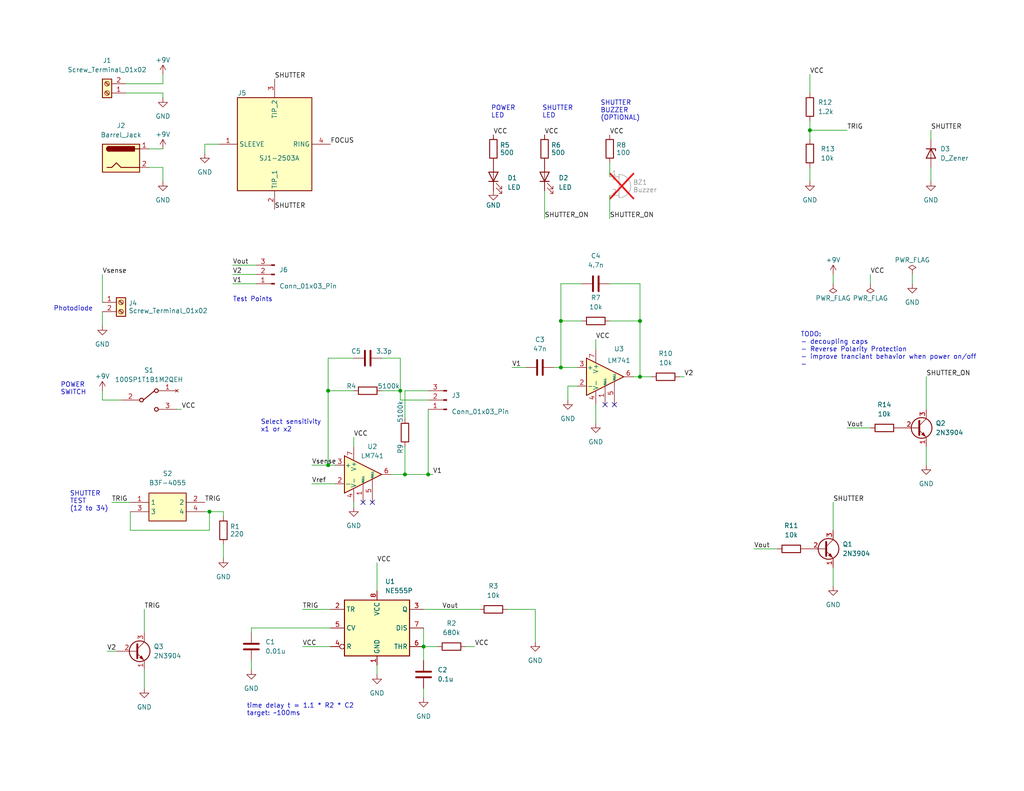
<source format=kicad_sch>
(kicad_sch (version 20230121) (generator eeschema)

  (uuid 72fb0c3a-ddcb-4c11-975a-53dab9e9eeae)

  (paper "USLetter")

  (title_block
    (title "Lightning Triggered Shutter")
    (date "2023-09-02")
    (company "Zijian Zhu")
  )

  (lib_symbols
    (symbol "Amplifier_Operational:LM741" (pin_names (offset 0.127)) (in_bom yes) (on_board yes)
      (property "Reference" "U" (at 0 6.35 0)
        (effects (font (size 1.27 1.27)) (justify left))
      )
      (property "Value" "LM741" (at 0 3.81 0)
        (effects (font (size 1.27 1.27)) (justify left))
      )
      (property "Footprint" "" (at 1.27 1.27 0)
        (effects (font (size 1.27 1.27)) hide)
      )
      (property "Datasheet" "http://www.ti.com/lit/ds/symlink/lm741.pdf" (at 3.81 3.81 0)
        (effects (font (size 1.27 1.27)) hide)
      )
      (property "ki_keywords" "single opamp" (at 0 0 0)
        (effects (font (size 1.27 1.27)) hide)
      )
      (property "ki_description" "Operational Amplifier, DIP-8/TO-99-8" (at 0 0 0)
        (effects (font (size 1.27 1.27)) hide)
      )
      (property "ki_fp_filters" "SOIC*3.9x4.9mm*P1.27mm* DIP*W7.62mm* TSSOP*3x3mm*P0.65mm*" (at 0 0 0)
        (effects (font (size 1.27 1.27)) hide)
      )
      (symbol "LM741_0_1"
        (polyline
          (pts
            (xy -5.08 5.08)
            (xy 5.08 0)
            (xy -5.08 -5.08)
            (xy -5.08 5.08)
          )
          (stroke (width 0.254) (type default))
          (fill (type background))
        )
      )
      (symbol "LM741_1_1"
        (pin input line (at 0 -7.62 90) (length 5.08)
          (name "NULL" (effects (font (size 0.508 0.508))))
          (number "1" (effects (font (size 1.27 1.27))))
        )
        (pin input line (at -7.62 -2.54 0) (length 2.54)
          (name "-" (effects (font (size 1.27 1.27))))
          (number "2" (effects (font (size 1.27 1.27))))
        )
        (pin input line (at -7.62 2.54 0) (length 2.54)
          (name "+" (effects (font (size 1.27 1.27))))
          (number "3" (effects (font (size 1.27 1.27))))
        )
        (pin power_in line (at -2.54 -7.62 90) (length 3.81)
          (name "V-" (effects (font (size 1.27 1.27))))
          (number "4" (effects (font (size 1.27 1.27))))
        )
        (pin input line (at 2.54 -7.62 90) (length 6.35)
          (name "NULL" (effects (font (size 0.508 0.508))))
          (number "5" (effects (font (size 1.27 1.27))))
        )
        (pin output line (at 7.62 0 180) (length 2.54)
          (name "~" (effects (font (size 1.27 1.27))))
          (number "6" (effects (font (size 1.27 1.27))))
        )
        (pin power_in line (at -2.54 7.62 270) (length 3.81)
          (name "V+" (effects (font (size 1.27 1.27))))
          (number "7" (effects (font (size 1.27 1.27))))
        )
        (pin no_connect line (at 0 2.54 270) (length 2.54) hide
          (name "NC" (effects (font (size 1.27 1.27))))
          (number "8" (effects (font (size 1.27 1.27))))
        )
      )
    )
    (symbol "Connector:Barrel_Jack" (pin_names (offset 1.016)) (in_bom yes) (on_board yes)
      (property "Reference" "J" (at 0 5.334 0)
        (effects (font (size 1.27 1.27)))
      )
      (property "Value" "Barrel_Jack" (at 0 -5.08 0)
        (effects (font (size 1.27 1.27)))
      )
      (property "Footprint" "" (at 1.27 -1.016 0)
        (effects (font (size 1.27 1.27)) hide)
      )
      (property "Datasheet" "~" (at 1.27 -1.016 0)
        (effects (font (size 1.27 1.27)) hide)
      )
      (property "ki_keywords" "DC power barrel jack connector" (at 0 0 0)
        (effects (font (size 1.27 1.27)) hide)
      )
      (property "ki_description" "DC Barrel Jack" (at 0 0 0)
        (effects (font (size 1.27 1.27)) hide)
      )
      (property "ki_fp_filters" "BarrelJack*" (at 0 0 0)
        (effects (font (size 1.27 1.27)) hide)
      )
      (symbol "Barrel_Jack_0_1"
        (rectangle (start -5.08 3.81) (end 5.08 -3.81)
          (stroke (width 0.254) (type default))
          (fill (type background))
        )
        (arc (start -3.302 3.175) (mid -3.9343 2.54) (end -3.302 1.905)
          (stroke (width 0.254) (type default))
          (fill (type none))
        )
        (arc (start -3.302 3.175) (mid -3.9343 2.54) (end -3.302 1.905)
          (stroke (width 0.254) (type default))
          (fill (type outline))
        )
        (polyline
          (pts
            (xy 5.08 2.54)
            (xy 3.81 2.54)
          )
          (stroke (width 0.254) (type default))
          (fill (type none))
        )
        (polyline
          (pts
            (xy -3.81 -2.54)
            (xy -2.54 -2.54)
            (xy -1.27 -1.27)
            (xy 0 -2.54)
            (xy 2.54 -2.54)
            (xy 5.08 -2.54)
          )
          (stroke (width 0.254) (type default))
          (fill (type none))
        )
        (rectangle (start 3.683 3.175) (end -3.302 1.905)
          (stroke (width 0.254) (type default))
          (fill (type outline))
        )
      )
      (symbol "Barrel_Jack_1_1"
        (pin passive line (at 7.62 2.54 180) (length 2.54)
          (name "~" (effects (font (size 1.27 1.27))))
          (number "1" (effects (font (size 1.27 1.27))))
        )
        (pin passive line (at 7.62 -2.54 180) (length 2.54)
          (name "~" (effects (font (size 1.27 1.27))))
          (number "2" (effects (font (size 1.27 1.27))))
        )
      )
    )
    (symbol "Connector:Conn_01x03_Pin" (pin_names (offset 1.016) hide) (in_bom yes) (on_board yes)
      (property "Reference" "J" (at 0 5.08 0)
        (effects (font (size 1.27 1.27)))
      )
      (property "Value" "Conn_01x03_Pin" (at 0 -5.08 0)
        (effects (font (size 1.27 1.27)))
      )
      (property "Footprint" "" (at 0 0 0)
        (effects (font (size 1.27 1.27)) hide)
      )
      (property "Datasheet" "~" (at 0 0 0)
        (effects (font (size 1.27 1.27)) hide)
      )
      (property "ki_locked" "" (at 0 0 0)
        (effects (font (size 1.27 1.27)))
      )
      (property "ki_keywords" "connector" (at 0 0 0)
        (effects (font (size 1.27 1.27)) hide)
      )
      (property "ki_description" "Generic connector, single row, 01x03, script generated" (at 0 0 0)
        (effects (font (size 1.27 1.27)) hide)
      )
      (property "ki_fp_filters" "Connector*:*_1x??_*" (at 0 0 0)
        (effects (font (size 1.27 1.27)) hide)
      )
      (symbol "Conn_01x03_Pin_1_1"
        (polyline
          (pts
            (xy 1.27 -2.54)
            (xy 0.8636 -2.54)
          )
          (stroke (width 0.1524) (type default))
          (fill (type none))
        )
        (polyline
          (pts
            (xy 1.27 0)
            (xy 0.8636 0)
          )
          (stroke (width 0.1524) (type default))
          (fill (type none))
        )
        (polyline
          (pts
            (xy 1.27 2.54)
            (xy 0.8636 2.54)
          )
          (stroke (width 0.1524) (type default))
          (fill (type none))
        )
        (rectangle (start 0.8636 -2.413) (end 0 -2.667)
          (stroke (width 0.1524) (type default))
          (fill (type outline))
        )
        (rectangle (start 0.8636 0.127) (end 0 -0.127)
          (stroke (width 0.1524) (type default))
          (fill (type outline))
        )
        (rectangle (start 0.8636 2.667) (end 0 2.413)
          (stroke (width 0.1524) (type default))
          (fill (type outline))
        )
        (pin passive line (at 5.08 2.54 180) (length 3.81)
          (name "Pin_1" (effects (font (size 1.27 1.27))))
          (number "1" (effects (font (size 1.27 1.27))))
        )
        (pin passive line (at 5.08 0 180) (length 3.81)
          (name "Pin_2" (effects (font (size 1.27 1.27))))
          (number "2" (effects (font (size 1.27 1.27))))
        )
        (pin passive line (at 5.08 -2.54 180) (length 3.81)
          (name "Pin_3" (effects (font (size 1.27 1.27))))
          (number "3" (effects (font (size 1.27 1.27))))
        )
      )
    )
    (symbol "Connector:Screw_Terminal_01x02" (pin_names (offset 1.016) hide) (in_bom yes) (on_board yes)
      (property "Reference" "J" (at 0 2.54 0)
        (effects (font (size 1.27 1.27)))
      )
      (property "Value" "Screw_Terminal_01x02" (at 0 -5.08 0)
        (effects (font (size 1.27 1.27)))
      )
      (property "Footprint" "" (at 0 0 0)
        (effects (font (size 1.27 1.27)) hide)
      )
      (property "Datasheet" "~" (at 0 0 0)
        (effects (font (size 1.27 1.27)) hide)
      )
      (property "ki_keywords" "screw terminal" (at 0 0 0)
        (effects (font (size 1.27 1.27)) hide)
      )
      (property "ki_description" "Generic screw terminal, single row, 01x02, script generated (kicad-library-utils/schlib/autogen/connector/)" (at 0 0 0)
        (effects (font (size 1.27 1.27)) hide)
      )
      (property "ki_fp_filters" "TerminalBlock*:*" (at 0 0 0)
        (effects (font (size 1.27 1.27)) hide)
      )
      (symbol "Screw_Terminal_01x02_1_1"
        (rectangle (start -1.27 1.27) (end 1.27 -3.81)
          (stroke (width 0.254) (type default))
          (fill (type background))
        )
        (circle (center 0 -2.54) (radius 0.635)
          (stroke (width 0.1524) (type default))
          (fill (type none))
        )
        (polyline
          (pts
            (xy -0.5334 -2.2098)
            (xy 0.3302 -3.048)
          )
          (stroke (width 0.1524) (type default))
          (fill (type none))
        )
        (polyline
          (pts
            (xy -0.5334 0.3302)
            (xy 0.3302 -0.508)
          )
          (stroke (width 0.1524) (type default))
          (fill (type none))
        )
        (polyline
          (pts
            (xy -0.3556 -2.032)
            (xy 0.508 -2.8702)
          )
          (stroke (width 0.1524) (type default))
          (fill (type none))
        )
        (polyline
          (pts
            (xy -0.3556 0.508)
            (xy 0.508 -0.3302)
          )
          (stroke (width 0.1524) (type default))
          (fill (type none))
        )
        (circle (center 0 0) (radius 0.635)
          (stroke (width 0.1524) (type default))
          (fill (type none))
        )
        (pin passive line (at -5.08 0 0) (length 3.81)
          (name "Pin_1" (effects (font (size 1.27 1.27))))
          (number "1" (effects (font (size 1.27 1.27))))
        )
        (pin passive line (at -5.08 -2.54 0) (length 3.81)
          (name "Pin_2" (effects (font (size 1.27 1.27))))
          (number "2" (effects (font (size 1.27 1.27))))
        )
      )
    )
    (symbol "Device:Buzzer" (pin_names (offset 0.0254) hide) (in_bom yes) (on_board yes)
      (property "Reference" "BZ" (at 3.81 1.27 0)
        (effects (font (size 1.27 1.27)) (justify left))
      )
      (property "Value" "Buzzer" (at 3.81 -1.27 0)
        (effects (font (size 1.27 1.27)) (justify left))
      )
      (property "Footprint" "" (at -0.635 2.54 90)
        (effects (font (size 1.27 1.27)) hide)
      )
      (property "Datasheet" "~" (at -0.635 2.54 90)
        (effects (font (size 1.27 1.27)) hide)
      )
      (property "ki_keywords" "quartz resonator ceramic" (at 0 0 0)
        (effects (font (size 1.27 1.27)) hide)
      )
      (property "ki_description" "Buzzer, polarized" (at 0 0 0)
        (effects (font (size 1.27 1.27)) hide)
      )
      (property "ki_fp_filters" "*Buzzer*" (at 0 0 0)
        (effects (font (size 1.27 1.27)) hide)
      )
      (symbol "Buzzer_0_1"
        (arc (start 0 -3.175) (mid 3.1612 0) (end 0 3.175)
          (stroke (width 0) (type default))
          (fill (type none))
        )
        (polyline
          (pts
            (xy -1.651 1.905)
            (xy -1.143 1.905)
          )
          (stroke (width 0) (type default))
          (fill (type none))
        )
        (polyline
          (pts
            (xy -1.397 2.159)
            (xy -1.397 1.651)
          )
          (stroke (width 0) (type default))
          (fill (type none))
        )
        (polyline
          (pts
            (xy 0 3.175)
            (xy 0 -3.175)
          )
          (stroke (width 0) (type default))
          (fill (type none))
        )
      )
      (symbol "Buzzer_1_1"
        (pin passive line (at -2.54 2.54 0) (length 2.54)
          (name "-" (effects (font (size 1.27 1.27))))
          (number "1" (effects (font (size 1.27 1.27))))
        )
        (pin passive line (at -2.54 -2.54 0) (length 2.54)
          (name "+" (effects (font (size 1.27 1.27))))
          (number "2" (effects (font (size 1.27 1.27))))
        )
      )
    )
    (symbol "Device:C" (pin_numbers hide) (pin_names (offset 0.254)) (in_bom yes) (on_board yes)
      (property "Reference" "C" (at 0.635 2.54 0)
        (effects (font (size 1.27 1.27)) (justify left))
      )
      (property "Value" "C" (at 0.635 -2.54 0)
        (effects (font (size 1.27 1.27)) (justify left))
      )
      (property "Footprint" "" (at 0.9652 -3.81 0)
        (effects (font (size 1.27 1.27)) hide)
      )
      (property "Datasheet" "~" (at 0 0 0)
        (effects (font (size 1.27 1.27)) hide)
      )
      (property "ki_keywords" "cap capacitor" (at 0 0 0)
        (effects (font (size 1.27 1.27)) hide)
      )
      (property "ki_description" "Unpolarized capacitor" (at 0 0 0)
        (effects (font (size 1.27 1.27)) hide)
      )
      (property "ki_fp_filters" "C_*" (at 0 0 0)
        (effects (font (size 1.27 1.27)) hide)
      )
      (symbol "C_0_1"
        (polyline
          (pts
            (xy -2.032 -0.762)
            (xy 2.032 -0.762)
          )
          (stroke (width 0.508) (type default))
          (fill (type none))
        )
        (polyline
          (pts
            (xy -2.032 0.762)
            (xy 2.032 0.762)
          )
          (stroke (width 0.508) (type default))
          (fill (type none))
        )
      )
      (symbol "C_1_1"
        (pin passive line (at 0 3.81 270) (length 2.794)
          (name "~" (effects (font (size 1.27 1.27))))
          (number "1" (effects (font (size 1.27 1.27))))
        )
        (pin passive line (at 0 -3.81 90) (length 2.794)
          (name "~" (effects (font (size 1.27 1.27))))
          (number "2" (effects (font (size 1.27 1.27))))
        )
      )
    )
    (symbol "Device:D_Zener" (pin_numbers hide) (pin_names (offset 1.016) hide) (in_bom yes) (on_board yes)
      (property "Reference" "D" (at 0 2.54 0)
        (effects (font (size 1.27 1.27)))
      )
      (property "Value" "D_Zener" (at 0 -2.54 0)
        (effects (font (size 1.27 1.27)))
      )
      (property "Footprint" "" (at 0 0 0)
        (effects (font (size 1.27 1.27)) hide)
      )
      (property "Datasheet" "~" (at 0 0 0)
        (effects (font (size 1.27 1.27)) hide)
      )
      (property "ki_keywords" "diode" (at 0 0 0)
        (effects (font (size 1.27 1.27)) hide)
      )
      (property "ki_description" "Zener diode" (at 0 0 0)
        (effects (font (size 1.27 1.27)) hide)
      )
      (property "ki_fp_filters" "TO-???* *_Diode_* *SingleDiode* D_*" (at 0 0 0)
        (effects (font (size 1.27 1.27)) hide)
      )
      (symbol "D_Zener_0_1"
        (polyline
          (pts
            (xy 1.27 0)
            (xy -1.27 0)
          )
          (stroke (width 0) (type default))
          (fill (type none))
        )
        (polyline
          (pts
            (xy -1.27 -1.27)
            (xy -1.27 1.27)
            (xy -0.762 1.27)
          )
          (stroke (width 0.254) (type default))
          (fill (type none))
        )
        (polyline
          (pts
            (xy 1.27 -1.27)
            (xy 1.27 1.27)
            (xy -1.27 0)
            (xy 1.27 -1.27)
          )
          (stroke (width 0.254) (type default))
          (fill (type none))
        )
      )
      (symbol "D_Zener_1_1"
        (pin passive line (at -3.81 0 0) (length 2.54)
          (name "K" (effects (font (size 1.27 1.27))))
          (number "1" (effects (font (size 1.27 1.27))))
        )
        (pin passive line (at 3.81 0 180) (length 2.54)
          (name "A" (effects (font (size 1.27 1.27))))
          (number "2" (effects (font (size 1.27 1.27))))
        )
      )
    )
    (symbol "Device:LED" (pin_numbers hide) (pin_names (offset 1.016) hide) (in_bom yes) (on_board yes)
      (property "Reference" "D" (at 0 2.54 0)
        (effects (font (size 1.27 1.27)))
      )
      (property "Value" "LED" (at 0 -2.54 0)
        (effects (font (size 1.27 1.27)))
      )
      (property "Footprint" "" (at 0 0 0)
        (effects (font (size 1.27 1.27)) hide)
      )
      (property "Datasheet" "~" (at 0 0 0)
        (effects (font (size 1.27 1.27)) hide)
      )
      (property "ki_keywords" "LED diode" (at 0 0 0)
        (effects (font (size 1.27 1.27)) hide)
      )
      (property "ki_description" "Light emitting diode" (at 0 0 0)
        (effects (font (size 1.27 1.27)) hide)
      )
      (property "ki_fp_filters" "LED* LED_SMD:* LED_THT:*" (at 0 0 0)
        (effects (font (size 1.27 1.27)) hide)
      )
      (symbol "LED_0_1"
        (polyline
          (pts
            (xy -1.27 -1.27)
            (xy -1.27 1.27)
          )
          (stroke (width 0.254) (type default))
          (fill (type none))
        )
        (polyline
          (pts
            (xy -1.27 0)
            (xy 1.27 0)
          )
          (stroke (width 0) (type default))
          (fill (type none))
        )
        (polyline
          (pts
            (xy 1.27 -1.27)
            (xy 1.27 1.27)
            (xy -1.27 0)
            (xy 1.27 -1.27)
          )
          (stroke (width 0.254) (type default))
          (fill (type none))
        )
        (polyline
          (pts
            (xy -3.048 -0.762)
            (xy -4.572 -2.286)
            (xy -3.81 -2.286)
            (xy -4.572 -2.286)
            (xy -4.572 -1.524)
          )
          (stroke (width 0) (type default))
          (fill (type none))
        )
        (polyline
          (pts
            (xy -1.778 -0.762)
            (xy -3.302 -2.286)
            (xy -2.54 -2.286)
            (xy -3.302 -2.286)
            (xy -3.302 -1.524)
          )
          (stroke (width 0) (type default))
          (fill (type none))
        )
      )
      (symbol "LED_1_1"
        (pin passive line (at -3.81 0 0) (length 2.54)
          (name "K" (effects (font (size 1.27 1.27))))
          (number "1" (effects (font (size 1.27 1.27))))
        )
        (pin passive line (at 3.81 0 180) (length 2.54)
          (name "A" (effects (font (size 1.27 1.27))))
          (number "2" (effects (font (size 1.27 1.27))))
        )
      )
    )
    (symbol "Device:R" (pin_numbers hide) (pin_names (offset 0)) (in_bom yes) (on_board yes)
      (property "Reference" "R" (at 2.032 0 90)
        (effects (font (size 1.27 1.27)))
      )
      (property "Value" "R" (at 0 0 90)
        (effects (font (size 1.27 1.27)))
      )
      (property "Footprint" "" (at -1.778 0 90)
        (effects (font (size 1.27 1.27)) hide)
      )
      (property "Datasheet" "~" (at 0 0 0)
        (effects (font (size 1.27 1.27)) hide)
      )
      (property "ki_keywords" "R res resistor" (at 0 0 0)
        (effects (font (size 1.27 1.27)) hide)
      )
      (property "ki_description" "Resistor" (at 0 0 0)
        (effects (font (size 1.27 1.27)) hide)
      )
      (property "ki_fp_filters" "R_*" (at 0 0 0)
        (effects (font (size 1.27 1.27)) hide)
      )
      (symbol "R_0_1"
        (rectangle (start -1.016 -2.54) (end 1.016 2.54)
          (stroke (width 0.254) (type default))
          (fill (type none))
        )
      )
      (symbol "R_1_1"
        (pin passive line (at 0 3.81 270) (length 1.27)
          (name "~" (effects (font (size 1.27 1.27))))
          (number "1" (effects (font (size 1.27 1.27))))
        )
        (pin passive line (at 0 -3.81 90) (length 1.27)
          (name "~" (effects (font (size 1.27 1.27))))
          (number "2" (effects (font (size 1.27 1.27))))
        )
      )
    )
    (symbol "Timer:NE555P" (in_bom yes) (on_board yes)
      (property "Reference" "U" (at -10.16 8.89 0)
        (effects (font (size 1.27 1.27)) (justify left))
      )
      (property "Value" "NE555P" (at 2.54 8.89 0)
        (effects (font (size 1.27 1.27)) (justify left))
      )
      (property "Footprint" "Package_DIP:DIP-8_W7.62mm" (at 16.51 -10.16 0)
        (effects (font (size 1.27 1.27)) hide)
      )
      (property "Datasheet" "http://www.ti.com/lit/ds/symlink/ne555.pdf" (at 21.59 -10.16 0)
        (effects (font (size 1.27 1.27)) hide)
      )
      (property "ki_keywords" "single timer 555" (at 0 0 0)
        (effects (font (size 1.27 1.27)) hide)
      )
      (property "ki_description" "Precision Timers, 555 compatible,  PDIP-8" (at 0 0 0)
        (effects (font (size 1.27 1.27)) hide)
      )
      (property "ki_fp_filters" "DIP*W7.62mm*" (at 0 0 0)
        (effects (font (size 1.27 1.27)) hide)
      )
      (symbol "NE555P_0_0"
        (pin power_in line (at 0 -10.16 90) (length 2.54)
          (name "GND" (effects (font (size 1.27 1.27))))
          (number "1" (effects (font (size 1.27 1.27))))
        )
        (pin power_in line (at 0 10.16 270) (length 2.54)
          (name "VCC" (effects (font (size 1.27 1.27))))
          (number "8" (effects (font (size 1.27 1.27))))
        )
      )
      (symbol "NE555P_0_1"
        (rectangle (start -8.89 -7.62) (end 8.89 7.62)
          (stroke (width 0.254) (type default))
          (fill (type background))
        )
        (rectangle (start -8.89 -7.62) (end 8.89 7.62)
          (stroke (width 0.254) (type default))
          (fill (type background))
        )
      )
      (symbol "NE555P_1_1"
        (pin input line (at -12.7 5.08 0) (length 3.81)
          (name "TR" (effects (font (size 1.27 1.27))))
          (number "2" (effects (font (size 1.27 1.27))))
        )
        (pin output line (at 12.7 5.08 180) (length 3.81)
          (name "Q" (effects (font (size 1.27 1.27))))
          (number "3" (effects (font (size 1.27 1.27))))
        )
        (pin input inverted (at -12.7 -5.08 0) (length 3.81)
          (name "R" (effects (font (size 1.27 1.27))))
          (number "4" (effects (font (size 1.27 1.27))))
        )
        (pin input line (at -12.7 0 0) (length 3.81)
          (name "CV" (effects (font (size 1.27 1.27))))
          (number "5" (effects (font (size 1.27 1.27))))
        )
        (pin input line (at 12.7 -5.08 180) (length 3.81)
          (name "THR" (effects (font (size 1.27 1.27))))
          (number "6" (effects (font (size 1.27 1.27))))
        )
        (pin input line (at 12.7 0 180) (length 3.81)
          (name "DIS" (effects (font (size 1.27 1.27))))
          (number "7" (effects (font (size 1.27 1.27))))
        )
      )
    )
    (symbol "Transistor_BJT:2N3904" (pin_names (offset 0) hide) (in_bom yes) (on_board yes)
      (property "Reference" "Q" (at 5.08 1.905 0)
        (effects (font (size 1.27 1.27)) (justify left))
      )
      (property "Value" "2N3904" (at 5.08 0 0)
        (effects (font (size 1.27 1.27)) (justify left))
      )
      (property "Footprint" "Package_TO_SOT_THT:TO-92_Inline" (at 5.08 -1.905 0)
        (effects (font (size 1.27 1.27) italic) (justify left) hide)
      )
      (property "Datasheet" "https://www.onsemi.com/pub/Collateral/2N3903-D.PDF" (at 0 0 0)
        (effects (font (size 1.27 1.27)) (justify left) hide)
      )
      (property "ki_keywords" "NPN Transistor" (at 0 0 0)
        (effects (font (size 1.27 1.27)) hide)
      )
      (property "ki_description" "0.2A Ic, 40V Vce, Small Signal NPN Transistor, TO-92" (at 0 0 0)
        (effects (font (size 1.27 1.27)) hide)
      )
      (property "ki_fp_filters" "TO?92*" (at 0 0 0)
        (effects (font (size 1.27 1.27)) hide)
      )
      (symbol "2N3904_0_1"
        (polyline
          (pts
            (xy 0.635 0.635)
            (xy 2.54 2.54)
          )
          (stroke (width 0) (type default))
          (fill (type none))
        )
        (polyline
          (pts
            (xy 0.635 -0.635)
            (xy 2.54 -2.54)
            (xy 2.54 -2.54)
          )
          (stroke (width 0) (type default))
          (fill (type none))
        )
        (polyline
          (pts
            (xy 0.635 1.905)
            (xy 0.635 -1.905)
            (xy 0.635 -1.905)
          )
          (stroke (width 0.508) (type default))
          (fill (type none))
        )
        (polyline
          (pts
            (xy 1.27 -1.778)
            (xy 1.778 -1.27)
            (xy 2.286 -2.286)
            (xy 1.27 -1.778)
            (xy 1.27 -1.778)
          )
          (stroke (width 0) (type default))
          (fill (type outline))
        )
        (circle (center 1.27 0) (radius 2.8194)
          (stroke (width 0.254) (type default))
          (fill (type none))
        )
      )
      (symbol "2N3904_1_1"
        (pin passive line (at 2.54 -5.08 90) (length 2.54)
          (name "E" (effects (font (size 1.27 1.27))))
          (number "1" (effects (font (size 1.27 1.27))))
        )
        (pin passive line (at -5.08 0 0) (length 5.715)
          (name "B" (effects (font (size 1.27 1.27))))
          (number "2" (effects (font (size 1.27 1.27))))
        )
        (pin passive line (at 2.54 5.08 270) (length 2.54)
          (name "C" (effects (font (size 1.27 1.27))))
          (number "3" (effects (font (size 1.27 1.27))))
        )
      )
    )
    (symbol "ZhuLib:100SP1T1B1M2QEH" (pin_names hide) (in_bom yes) (on_board yes)
      (property "Reference" "S" (at 10.16 7.62 0)
        (effects (font (size 1.27 1.27)) (justify left top))
      )
      (property "Value" "100SP1T1B1M2QEH" (at 10.16 -5.08 0)
        (effects (font (size 1.27 1.27)) (justify left top))
      )
      (property "Footprint" "100SP1T1B4M2QE" (at 10.16 -105.08 0)
        (effects (font (size 1.27 1.27)) (justify left top) hide)
      )
      (property "Datasheet" "http://spec_sheets.e-switch.com/specs/ST110001.pdf" (at 10.16 -205.08 0)
        (effects (font (size 1.27 1.27)) (justify left top) hide)
      )
      (property "Height" "28" (at 10.16 -405.08 0)
        (effects (font (size 1.27 1.27)) (justify left top) hide)
      )
      (property "Manufacturer_Name" "E-Switch" (at 10.16 -505.08 0)
        (effects (font (size 1.27 1.27)) (justify left top) hide)
      )
      (property "Manufacturer_Part_Number" "100SP1T1B1M2QEH" (at 10.16 -605.08 0)
        (effects (font (size 1.27 1.27)) (justify left top) hide)
      )
      (property "Mouser Part Number" "612-100-A1121" (at 10.16 -705.08 0)
        (effects (font (size 1.27 1.27)) (justify left top) hide)
      )
      (property "Mouser Price/Stock" "https://www.mouser.co.uk/ProductDetail/E-Switch/100SP1T1B1M2QEH?qs=01kh3H%252BlXijQZiBNZaNcCA%3D%3D" (at 10.16 -805.08 0)
        (effects (font (size 1.27 1.27)) (justify left top) hide)
      )
      (property "Arrow Part Number" "" (at 10.16 -905.08 0)
        (effects (font (size 1.27 1.27)) (justify left top) hide)
      )
      (property "Arrow Price/Stock" "" (at 10.16 -1005.08 0)
        (effects (font (size 1.27 1.27)) (justify left top) hide)
      )
      (property "ki_description" "E-SWITCH - 100SP1T1B1M2QEH - SWITCH, TOGGLE, SPDT, 5A, 120VAC, 28VDC" (at 0 0 0)
        (effects (font (size 1.27 1.27)) hide)
      )
      (symbol "100SP1T1B1M2QEH_1_1"
        (polyline
          (pts
            (xy 6.096 0)
            (xy 9.144 2.54)
          )
          (stroke (width 0.254) (type default))
          (fill (type none))
        )
        (circle (center 5.588 0) (radius 0.508)
          (stroke (width 0.254) (type default))
          (fill (type none))
        )
        (circle (center 9.652 -2.54) (radius 0.508)
          (stroke (width 0.254) (type default))
          (fill (type none))
        )
        (circle (center 9.652 2.54) (radius 0.508)
          (stroke (width 0.254) (type default))
          (fill (type none))
        )
        (pin no_connect line (at 15.24 2.54 180) (length 5.08)
          (name "NC" (effects (font (size 1.27 1.27))))
          (number "1" (effects (font (size 1.27 1.27))))
        )
        (pin passive line (at 0 0 0) (length 5.08)
          (name "COM" (effects (font (size 1.27 1.27))))
          (number "2" (effects (font (size 1.27 1.27))))
        )
        (pin passive line (at 15.24 -2.54 180) (length 5.08)
          (name "NO" (effects (font (size 1.27 1.27))))
          (number "3" (effects (font (size 1.27 1.27))))
        )
      )
    )
    (symbol "ZhuLib:B3F-4055" (in_bom yes) (on_board yes)
      (property "Reference" "S" (at 16.51 7.62 0)
        (effects (font (size 1.27 1.27)) (justify left top))
      )
      (property "Value" "B3F-4055" (at 16.51 5.08 0)
        (effects (font (size 1.27 1.27)) (justify left top))
      )
      (property "Footprint" "B3F-4055" (at 16.51 -94.92 0)
        (effects (font (size 1.27 1.27)) (justify left top) hide)
      )
      (property "Datasheet" "https://www.omron.com/ecb/products/pdf/en-b3f.pdf" (at 16.51 -194.92 0)
        (effects (font (size 1.27 1.27)) (justify left top) hide)
      )
      (property "Height" "" (at 16.51 -394.92 0)
        (effects (font (size 1.27 1.27)) (justify left top) hide)
      )
      (property "Manufacturer_Name" "Omron Electronics" (at 16.51 -494.92 0)
        (effects (font (size 1.27 1.27)) (justify left top) hide)
      )
      (property "Manufacturer_Part_Number" "B3F-4055" (at 16.51 -594.92 0)
        (effects (font (size 1.27 1.27)) (justify left top) hide)
      )
      (property "Mouser Part Number" "653-B3F-4055" (at 16.51 -694.92 0)
        (effects (font (size 1.27 1.27)) (justify left top) hide)
      )
      (property "Mouser Price/Stock" "https://www.mouser.co.uk/ProductDetail/Omron-Electronics/B3F-4055?qs=B3tblJ0Nlt%2FdFVcSHGFuxQ%3D%3D" (at 16.51 -794.92 0)
        (effects (font (size 1.27 1.27)) (justify left top) hide)
      )
      (property "Arrow Part Number" "B3F-4055" (at 16.51 -894.92 0)
        (effects (font (size 1.27 1.27)) (justify left top) hide)
      )
      (property "Arrow Price/Stock" "https://www.arrow.com/en/products/b3f4055/omron" (at 16.51 -994.92 0)
        (effects (font (size 1.27 1.27)) (justify left top) hide)
      )
      (property "ki_description" "Yellow Plunger Tactile Switch, SPST-NO 0.05 A@ 24 V dc 3mm" (at 0 0 0)
        (effects (font (size 1.27 1.27)) hide)
      )
      (symbol "B3F-4055_1_1"
        (rectangle (start 5.08 2.54) (end 15.24 -5.08)
          (stroke (width 0.254) (type default))
          (fill (type background))
        )
        (pin passive line (at 20.32 -2.54 180) (length 5.08)
          (name "1" (effects (font (size 1.27 1.27))))
          (number "1" (effects (font (size 1.27 1.27))))
        )
        (pin passive line (at 0 -2.54 0) (length 5.08)
          (name "2" (effects (font (size 1.27 1.27))))
          (number "2" (effects (font (size 1.27 1.27))))
        )
        (pin passive line (at 20.32 0 180) (length 5.08)
          (name "3" (effects (font (size 1.27 1.27))))
          (number "3" (effects (font (size 1.27 1.27))))
        )
        (pin passive line (at 0 0 0) (length 5.08)
          (name "4" (effects (font (size 1.27 1.27))))
          (number "4" (effects (font (size 1.27 1.27))))
        )
      )
    )
    (symbol "ZhuLib:SJ1-2503A" (in_bom yes) (on_board yes)
      (property "Reference" "J" (at 26.67 17.78 0)
        (effects (font (size 1.27 1.27)) (justify left top))
      )
      (property "Value" "SJ1-2503A" (at 26.67 15.24 0)
        (effects (font (size 1.27 1.27)) (justify left top))
      )
      (property "Footprint" "SJ12503A" (at 26.67 -84.76 0)
        (effects (font (size 1.27 1.27)) (justify left top) hide)
      )
      (property "Datasheet" "https://www.cui.com/product/resource/sj1-2503a.pdf" (at 26.67 -184.76 0)
        (effects (font (size 1.27 1.27)) (justify left top) hide)
      )
      (property "Height" "5" (at 26.67 -384.76 0)
        (effects (font (size 1.27 1.27)) (justify left top) hide)
      )
      (property "Manufacturer_Name" "CUI Devices" (at 26.67 -484.76 0)
        (effects (font (size 1.27 1.27)) (justify left top) hide)
      )
      (property "Manufacturer_Part_Number" "SJ1-2503A" (at 26.67 -584.76 0)
        (effects (font (size 1.27 1.27)) (justify left top) hide)
      )
      (property "Mouser Part Number" "490-SJ1-2503A" (at 26.67 -684.76 0)
        (effects (font (size 1.27 1.27)) (justify left top) hide)
      )
      (property "Mouser Price/Stock" "https://www.mouser.co.uk/ProductDetail/CUI-Devices/SJ1-2503A?qs=WyjlAZoYn52728cbIH3aBA%3D%3D" (at 26.67 -784.76 0)
        (effects (font (size 1.27 1.27)) (justify left top) hide)
      )
      (property "Arrow Part Number" "SJ1-2503A" (at 26.67 -884.76 0)
        (effects (font (size 1.27 1.27)) (justify left top) hide)
      )
      (property "Arrow Price/Stock" "https://www.arrow.com/en/products/sj1-2503a/cui-devices?region=nac" (at 26.67 -984.76 0)
        (effects (font (size 1.27 1.27)) (justify left top) hide)
      )
      (property "ki_description" "AUDIOJACK, 2.5MM, RT, STEREO," (at 0 0 0)
        (effects (font (size 1.27 1.27)) hide)
      )
      (symbol "SJ1-2503A_1_1"
        (rectangle (start 5.08 12.7) (end 25.4 -12.7)
          (stroke (width 0.254) (type default))
          (fill (type background))
        )
        (pin passive line (at 0 0 0) (length 5.08)
          (name "SLEEVE" (effects (font (size 1.27 1.27))))
          (number "1" (effects (font (size 1.27 1.27))))
        )
        (pin passive line (at 15.24 -17.78 90) (length 5.08)
          (name "TIP_1" (effects (font (size 1.27 1.27))))
          (number "2" (effects (font (size 1.27 1.27))))
        )
        (pin passive line (at 15.24 17.78 270) (length 5.08)
          (name "TIP_2" (effects (font (size 1.27 1.27))))
          (number "3" (effects (font (size 1.27 1.27))))
        )
        (pin passive line (at 30.48 0 180) (length 5.08)
          (name "RING" (effects (font (size 1.27 1.27))))
          (number "4" (effects (font (size 1.27 1.27))))
        )
      )
    )
    (symbol "power:+9V" (power) (pin_names (offset 0)) (in_bom yes) (on_board yes)
      (property "Reference" "#PWR" (at 0 -3.81 0)
        (effects (font (size 1.27 1.27)) hide)
      )
      (property "Value" "+9V" (at 0 3.556 0)
        (effects (font (size 1.27 1.27)))
      )
      (property "Footprint" "" (at 0 0 0)
        (effects (font (size 1.27 1.27)) hide)
      )
      (property "Datasheet" "" (at 0 0 0)
        (effects (font (size 1.27 1.27)) hide)
      )
      (property "ki_keywords" "global power" (at 0 0 0)
        (effects (font (size 1.27 1.27)) hide)
      )
      (property "ki_description" "Power symbol creates a global label with name \"+9V\"" (at 0 0 0)
        (effects (font (size 1.27 1.27)) hide)
      )
      (symbol "+9V_0_1"
        (polyline
          (pts
            (xy -0.762 1.27)
            (xy 0 2.54)
          )
          (stroke (width 0) (type default))
          (fill (type none))
        )
        (polyline
          (pts
            (xy 0 0)
            (xy 0 2.54)
          )
          (stroke (width 0) (type default))
          (fill (type none))
        )
        (polyline
          (pts
            (xy 0 2.54)
            (xy 0.762 1.27)
          )
          (stroke (width 0) (type default))
          (fill (type none))
        )
      )
      (symbol "+9V_1_1"
        (pin power_in line (at 0 0 90) (length 0) hide
          (name "+9V" (effects (font (size 1.27 1.27))))
          (number "1" (effects (font (size 1.27 1.27))))
        )
      )
    )
    (symbol "power:GND" (power) (pin_names (offset 0)) (in_bom yes) (on_board yes)
      (property "Reference" "#PWR" (at 0 -6.35 0)
        (effects (font (size 1.27 1.27)) hide)
      )
      (property "Value" "GND" (at 0 -3.81 0)
        (effects (font (size 1.27 1.27)))
      )
      (property "Footprint" "" (at 0 0 0)
        (effects (font (size 1.27 1.27)) hide)
      )
      (property "Datasheet" "" (at 0 0 0)
        (effects (font (size 1.27 1.27)) hide)
      )
      (property "ki_keywords" "global power" (at 0 0 0)
        (effects (font (size 1.27 1.27)) hide)
      )
      (property "ki_description" "Power symbol creates a global label with name \"GND\" , ground" (at 0 0 0)
        (effects (font (size 1.27 1.27)) hide)
      )
      (symbol "GND_0_1"
        (polyline
          (pts
            (xy 0 0)
            (xy 0 -1.27)
            (xy 1.27 -1.27)
            (xy 0 -2.54)
            (xy -1.27 -1.27)
            (xy 0 -1.27)
          )
          (stroke (width 0) (type default))
          (fill (type none))
        )
      )
      (symbol "GND_1_1"
        (pin power_in line (at 0 0 270) (length 0) hide
          (name "GND" (effects (font (size 1.27 1.27))))
          (number "1" (effects (font (size 1.27 1.27))))
        )
      )
    )
    (symbol "power:PWR_FLAG" (power) (pin_numbers hide) (pin_names (offset 0) hide) (in_bom yes) (on_board yes)
      (property "Reference" "#FLG" (at 0 1.905 0)
        (effects (font (size 1.27 1.27)) hide)
      )
      (property "Value" "PWR_FLAG" (at 0 3.81 0)
        (effects (font (size 1.27 1.27)))
      )
      (property "Footprint" "" (at 0 0 0)
        (effects (font (size 1.27 1.27)) hide)
      )
      (property "Datasheet" "~" (at 0 0 0)
        (effects (font (size 1.27 1.27)) hide)
      )
      (property "ki_keywords" "flag power" (at 0 0 0)
        (effects (font (size 1.27 1.27)) hide)
      )
      (property "ki_description" "Special symbol for telling ERC where power comes from" (at 0 0 0)
        (effects (font (size 1.27 1.27)) hide)
      )
      (symbol "PWR_FLAG_0_0"
        (pin power_out line (at 0 0 90) (length 0)
          (name "pwr" (effects (font (size 1.27 1.27))))
          (number "1" (effects (font (size 1.27 1.27))))
        )
      )
      (symbol "PWR_FLAG_0_1"
        (polyline
          (pts
            (xy 0 0)
            (xy 0 1.27)
            (xy -1.016 1.905)
            (xy 0 2.54)
            (xy 1.016 1.905)
            (xy 0 1.27)
          )
          (stroke (width 0) (type default))
          (fill (type none))
        )
      )
    )
  )

  (junction (at 89.535 106.68) (diameter 0) (color 0 0 0 0)
    (uuid 3412bc95-57b2-4170-9d33-108ed2a2a833)
  )
  (junction (at 89.535 127) (diameter 0) (color 0 0 0 0)
    (uuid 462d10f1-bac7-4081-9ebb-e25de9a83b2d)
  )
  (junction (at 116.84 129.54) (diameter 0) (color 0 0 0 0)
    (uuid 6ae53131-1794-4abf-bcc4-55c98051f8fd)
  )
  (junction (at 110.49 129.54) (diameter 0) (color 0 0 0 0)
    (uuid 70a35404-6630-499b-b92e-6ce08ad9c2ea)
  )
  (junction (at 57.15 139.7) (diameter 0) (color 0 0 0 0)
    (uuid a1d2ab56-e307-4213-9063-9854b7dc6300)
  )
  (junction (at 220.98 35.56) (diameter 0) (color 0 0 0 0)
    (uuid ad8f97c2-1e8f-43e5-890e-8d2d0801f410)
  )
  (junction (at 174.625 87.63) (diameter 0) (color 0 0 0 0)
    (uuid bbe219e3-d9f9-4d23-8218-6ac28419bf74)
  )
  (junction (at 109.22 106.68) (diameter 0) (color 0 0 0 0)
    (uuid cb919814-518d-4de8-9c36-4c1f83d4766e)
  )
  (junction (at 115.57 176.53) (diameter 0) (color 0 0 0 0)
    (uuid d3058215-9746-4151-84ba-4b67cf506f59)
  )
  (junction (at 153.035 87.63) (diameter 0) (color 0 0 0 0)
    (uuid d9d945c4-ed70-462f-86cb-518b13ed062f)
  )
  (junction (at 174.625 102.87) (diameter 0) (color 0 0 0 0)
    (uuid f94d8101-f717-46f8-9dd9-4dc8a8daf1cd)
  )
  (junction (at 153.035 100.33) (diameter 0) (color 0 0 0 0)
    (uuid fa230139-524f-4bec-b282-03b21d4c10b3)
  )

  (no_connect (at 165.1 110.49) (uuid 49a9a10d-dd07-4843-9484-a242fdedd9bd))
  (no_connect (at 167.64 110.49) (uuid a26fa280-5768-456c-b563-1f19bc6babac))
  (no_connect (at 99.06 137.16) (uuid a7955815-d343-4146-bf90-5da31926883f))
  (no_connect (at 101.6 137.16) (uuid c5630c75-392c-427a-bab0-ad677eea2ba9))

  (wire (pts (xy 104.14 106.68) (xy 109.22 106.68))
    (stroke (width 0) (type default))
    (uuid 01419a04-f827-425b-b2ba-b7d1bc980e42)
  )
  (wire (pts (xy 153.035 77.47) (xy 153.035 87.63))
    (stroke (width 0) (type default))
    (uuid 04ff59e3-ec62-41fa-83c6-9487dc3fed22)
  )
  (wire (pts (xy 68.58 171.45) (xy 90.17 171.45))
    (stroke (width 0) (type default))
    (uuid 07995624-44cc-44f9-8e20-445bf16b796d)
  )
  (wire (pts (xy 237.49 74.93) (xy 237.49 77.47))
    (stroke (width 0) (type default))
    (uuid 085b905a-9039-4d49-8c62-9580e7522917)
  )
  (wire (pts (xy 96.52 106.68) (xy 89.535 106.68))
    (stroke (width 0) (type default))
    (uuid 0d2985de-2f96-4757-a939-1b5d36b0748a)
  )
  (wire (pts (xy 254 45.72) (xy 254 49.53))
    (stroke (width 0) (type default))
    (uuid 0d68f8ca-e635-44de-873e-684bfafdd8c7)
  )
  (wire (pts (xy 154.94 109.22) (xy 154.94 105.41))
    (stroke (width 0) (type default))
    (uuid 131dfa3d-90a3-4a9a-94be-b076eb8e2fd6)
  )
  (wire (pts (xy 252.73 102.87) (xy 252.73 111.76))
    (stroke (width 0) (type default))
    (uuid 13489aae-cb7f-4e82-951f-b20fcf038d15)
  )
  (wire (pts (xy 227.33 137.16) (xy 227.33 144.78))
    (stroke (width 0) (type default))
    (uuid 1352997d-2242-4a30-ac5a-8ccfa63ac1e9)
  )
  (wire (pts (xy 55.88 41.91) (xy 55.88 39.37))
    (stroke (width 0) (type default))
    (uuid 15348ee0-410c-45f5-85a7-a0ba9e5d3a16)
  )
  (wire (pts (xy 27.94 106.68) (xy 27.94 109.22))
    (stroke (width 0) (type default))
    (uuid 1e7f5ff9-0270-4719-a805-c666feefd173)
  )
  (wire (pts (xy 57.15 144.78) (xy 57.15 139.7))
    (stroke (width 0) (type default))
    (uuid 22986f52-a5fa-4c59-bc1d-29b609d9016f)
  )
  (wire (pts (xy 154.94 105.41) (xy 157.48 105.41))
    (stroke (width 0) (type default))
    (uuid 264c698e-edee-4916-8296-ce5c9e47c44f)
  )
  (wire (pts (xy 116.84 109.22) (xy 109.22 109.22))
    (stroke (width 0) (type default))
    (uuid 2bfe02a5-1bbe-43e1-b9bf-a8afb6c26e8c)
  )
  (wire (pts (xy 102.87 153.67) (xy 102.87 161.29))
    (stroke (width 0) (type default))
    (uuid 2dee32be-5aed-41ed-9821-6f5108c4a763)
  )
  (wire (pts (xy 185.42 102.87) (xy 186.69 102.87))
    (stroke (width 0) (type default))
    (uuid 31303e45-63c3-467f-a4c8-a74d06174ed5)
  )
  (wire (pts (xy 27.94 109.22) (xy 33.02 109.22))
    (stroke (width 0) (type default))
    (uuid 316be4e6-b941-4279-8934-fd989f4529ff)
  )
  (wire (pts (xy 35.56 144.78) (xy 57.15 144.78))
    (stroke (width 0) (type default))
    (uuid 32735708-3bb6-48cb-b2f4-cf0ac2a40ecb)
  )
  (wire (pts (xy 85.09 132.08) (xy 91.44 132.08))
    (stroke (width 0) (type default))
    (uuid 360fdcd5-2c6c-4832-8a87-b918ff81a5da)
  )
  (wire (pts (xy 40.64 45.72) (xy 44.45 45.72))
    (stroke (width 0) (type default))
    (uuid 3637b48d-b84e-4362-bcb2-4951c8efe0e5)
  )
  (wire (pts (xy 129.54 176.53) (xy 127 176.53))
    (stroke (width 0) (type default))
    (uuid 36c8afcf-5881-4ffc-8183-dfeba5dfe6b7)
  )
  (wire (pts (xy 60.96 139.7) (xy 60.96 140.97))
    (stroke (width 0) (type default))
    (uuid 3a8dc74a-6e48-4298-a3fb-1e1ad239efa4)
  )
  (wire (pts (xy 231.14 116.84) (xy 237.49 116.84))
    (stroke (width 0) (type default))
    (uuid 3e862468-35da-422a-89eb-a7fd845ffc5a)
  )
  (wire (pts (xy 63.5 72.39) (xy 69.85 72.39))
    (stroke (width 0) (type default))
    (uuid 417c6018-4bd3-4876-a28f-580861163074)
  )
  (wire (pts (xy 166.37 77.47) (xy 174.625 77.47))
    (stroke (width 0) (type default))
    (uuid 4203ea47-68dd-4ca5-81f4-c6459fbefd2f)
  )
  (wire (pts (xy 115.57 171.45) (xy 115.57 176.53))
    (stroke (width 0) (type default))
    (uuid 4ea2459d-772b-4100-b4fc-024bc7e24c34)
  )
  (wire (pts (xy 220.98 35.56) (xy 220.98 38.1))
    (stroke (width 0) (type default))
    (uuid 55e7b199-b4aa-4ed9-b820-c894b0ad4948)
  )
  (wire (pts (xy 82.55 166.37) (xy 90.17 166.37))
    (stroke (width 0) (type default))
    (uuid 5e4269b2-8f78-4981-9d31-88bd4f958500)
  )
  (wire (pts (xy 48.26 111.76) (xy 49.53 111.76))
    (stroke (width 0) (type default))
    (uuid 5ea27688-c23e-4e97-b8c4-e46c45734fda)
  )
  (wire (pts (xy 34.29 25.4) (xy 44.45 25.4))
    (stroke (width 0) (type default))
    (uuid 6157a7fd-bc35-46a2-9034-feb02b4e9942)
  )
  (wire (pts (xy 115.57 176.53) (xy 115.57 180.34))
    (stroke (width 0) (type default))
    (uuid 6342c0f5-d2fc-40da-a1a7-c5cd323da930)
  )
  (wire (pts (xy 158.75 77.47) (xy 153.035 77.47))
    (stroke (width 0) (type default))
    (uuid 674272c6-8702-46bc-a13f-c3c0a025a316)
  )
  (wire (pts (xy 44.45 22.86) (xy 34.29 22.86))
    (stroke (width 0) (type default))
    (uuid 6abfd33b-5113-4a59-9e26-3d0b848caba0)
  )
  (wire (pts (xy 109.22 97.79) (xy 109.22 106.68))
    (stroke (width 0) (type default))
    (uuid 6d7e797d-561d-4ea1-9339-ab92f9d31745)
  )
  (wire (pts (xy 166.37 87.63) (xy 174.625 87.63))
    (stroke (width 0) (type default))
    (uuid 70bb5b76-b043-459d-b229-62cedb8abd0b)
  )
  (wire (pts (xy 227.33 74.93) (xy 227.33 77.47))
    (stroke (width 0) (type default))
    (uuid 719ef224-5cea-40b4-9c54-b5e12f574049)
  )
  (wire (pts (xy 151.13 100.33) (xy 153.035 100.33))
    (stroke (width 0) (type default))
    (uuid 737258c5-47bb-4238-a6ce-1f8b7dec5f23)
  )
  (wire (pts (xy 39.37 166.37) (xy 39.37 172.72))
    (stroke (width 0) (type default))
    (uuid 7714008c-0b3e-431c-ac7b-dd4d3a5f98cd)
  )
  (wire (pts (xy 55.88 39.37) (xy 59.69 39.37))
    (stroke (width 0) (type default))
    (uuid 79e8da48-cd71-4b46-b14c-1e5395d36225)
  )
  (wire (pts (xy 82.55 176.53) (xy 90.17 176.53))
    (stroke (width 0) (type default))
    (uuid 7a020f6c-f37c-41cf-a004-a1d27749d060)
  )
  (wire (pts (xy 63.5 74.93) (xy 69.85 74.93))
    (stroke (width 0) (type default))
    (uuid 7c27ce77-aa52-4463-86ae-6491a6814ba6)
  )
  (wire (pts (xy 174.625 77.47) (xy 174.625 87.63))
    (stroke (width 0) (type default))
    (uuid 7d61d7a2-d825-4df7-ad21-72ea12efc2e6)
  )
  (wire (pts (xy 35.56 139.7) (xy 35.56 144.78))
    (stroke (width 0) (type default))
    (uuid 7f38c539-f061-44f3-927d-84a0a6f075d9)
  )
  (wire (pts (xy 172.72 102.87) (xy 174.625 102.87))
    (stroke (width 0) (type default))
    (uuid 81591798-ad28-4d16-94f9-a2bb8b84b415)
  )
  (wire (pts (xy 110.49 106.68) (xy 110.49 114.3))
    (stroke (width 0) (type default))
    (uuid 84477256-8a60-42c9-898f-295e9f658f8e)
  )
  (wire (pts (xy 96.52 121.92) (xy 96.52 119.38))
    (stroke (width 0) (type default))
    (uuid 870dd972-ca6e-44b3-b3e5-3387aeee1720)
  )
  (wire (pts (xy 55.88 139.7) (xy 57.15 139.7))
    (stroke (width 0) (type default))
    (uuid 875cd672-cf5b-468f-b642-c05028438b40)
  )
  (wire (pts (xy 166.37 53.34) (xy 166.37 59.69))
    (stroke (width 0) (type default))
    (uuid 8d7326e5-4330-4680-b570-79273e781e9d)
  )
  (wire (pts (xy 115.57 187.96) (xy 115.57 190.5))
    (stroke (width 0) (type default))
    (uuid 8e51a765-61f6-4152-82c0-ea7b068c42fb)
  )
  (wire (pts (xy 44.45 45.72) (xy 44.45 49.53))
    (stroke (width 0) (type default))
    (uuid 92c30bf9-0ac9-48f5-812d-2c90e0d1ca98)
  )
  (wire (pts (xy 130.81 166.37) (xy 115.57 166.37))
    (stroke (width 0) (type default))
    (uuid 93b316f5-21d1-4832-a906-3c7917511afb)
  )
  (wire (pts (xy 227.33 160.02) (xy 227.33 154.94))
    (stroke (width 0) (type default))
    (uuid 96ec38cc-314c-4a7c-ac33-18b0c2463a17)
  )
  (wire (pts (xy 254 35.56) (xy 254 38.1))
    (stroke (width 0) (type default))
    (uuid 98f46ed0-4a1e-4d1b-a550-bf1f3a7620e7)
  )
  (wire (pts (xy 118.11 129.54) (xy 116.84 129.54))
    (stroke (width 0) (type default))
    (uuid 9c70714b-e370-45ac-b27e-11b9fa0452ae)
  )
  (wire (pts (xy 96.52 97.79) (xy 89.535 97.79))
    (stroke (width 0) (type default))
    (uuid 9e36a90f-0bed-4cc1-9001-aea05c054928)
  )
  (wire (pts (xy 89.535 127) (xy 91.44 127))
    (stroke (width 0) (type default))
    (uuid 9fc8e64b-49eb-4016-8d0a-e8466d173bb1)
  )
  (wire (pts (xy 27.94 85.09) (xy 27.94 88.9))
    (stroke (width 0) (type default))
    (uuid a470435b-1229-4584-92ea-3384aa2d5f7e)
  )
  (wire (pts (xy 162.56 95.25) (xy 162.56 92.71))
    (stroke (width 0) (type default))
    (uuid ad74682f-0519-49ed-9417-7b84d25b37d3)
  )
  (wire (pts (xy 162.56 110.49) (xy 162.56 115.57))
    (stroke (width 0) (type default))
    (uuid af010b4f-2471-45ab-bca8-5e44f86bd7b4)
  )
  (wire (pts (xy 248.92 74.93) (xy 248.92 77.47))
    (stroke (width 0) (type default))
    (uuid b00ed39d-a399-48a3-8bfd-233669883fb5)
  )
  (wire (pts (xy 39.37 182.88) (xy 39.37 187.96))
    (stroke (width 0) (type default))
    (uuid b14f6f99-eee9-4a23-b98c-ee3e3f3b852b)
  )
  (wire (pts (xy 104.14 97.79) (xy 109.22 97.79))
    (stroke (width 0) (type default))
    (uuid b374a19b-c9b3-43d7-8de1-9a4a7d66dec4)
  )
  (wire (pts (xy 139.7 100.33) (xy 143.51 100.33))
    (stroke (width 0) (type default))
    (uuid b455083f-acd9-46dd-80c1-cbf9a77fb16e)
  )
  (wire (pts (xy 153.035 87.63) (xy 153.035 100.33))
    (stroke (width 0) (type default))
    (uuid b8f88bea-d6be-43ba-bd8c-1e3b4ba8aed2)
  )
  (wire (pts (xy 116.84 106.68) (xy 110.49 106.68))
    (stroke (width 0) (type default))
    (uuid ba9e5fdf-a92b-43f4-ae8f-198e8c27d626)
  )
  (wire (pts (xy 110.49 129.54) (xy 116.84 129.54))
    (stroke (width 0) (type default))
    (uuid bb033dcf-2e79-43f3-9d3a-3baf19996aad)
  )
  (wire (pts (xy 85.09 127) (xy 89.535 127))
    (stroke (width 0) (type default))
    (uuid bc638260-a56a-4011-a3d3-1a6248fb670f)
  )
  (wire (pts (xy 146.05 166.37) (xy 138.43 166.37))
    (stroke (width 0) (type default))
    (uuid bfd53f52-b129-4b07-97de-658264ab18e1)
  )
  (wire (pts (xy 44.45 25.4) (xy 44.45 26.67))
    (stroke (width 0) (type default))
    (uuid c066b626-48de-47de-8071-15fe9b56a68c)
  )
  (wire (pts (xy 29.21 177.8) (xy 31.75 177.8))
    (stroke (width 0) (type default))
    (uuid c1f66a0d-d87b-4edf-8d68-c99d7cd704a8)
  )
  (wire (pts (xy 166.37 48.26) (xy 166.37 44.45))
    (stroke (width 0) (type default))
    (uuid c36d2f89-599e-4f8c-a0f4-b03cfc796f65)
  )
  (wire (pts (xy 153.035 87.63) (xy 158.75 87.63))
    (stroke (width 0) (type default))
    (uuid c5d492f3-76eb-467d-b0a4-b3b495256e0d)
  )
  (wire (pts (xy 68.58 180.34) (xy 68.58 182.88))
    (stroke (width 0) (type default))
    (uuid c610d2eb-bfd0-4054-9e8a-1d46a7f58c95)
  )
  (wire (pts (xy 148.59 59.69) (xy 148.59 52.07))
    (stroke (width 0) (type default))
    (uuid c70de560-9fe5-4b46-83ec-e0f4b190671a)
  )
  (wire (pts (xy 30.48 137.16) (xy 35.56 137.16))
    (stroke (width 0) (type default))
    (uuid c75c4dd7-319f-4fea-acdb-d0bb66f6b87b)
  )
  (wire (pts (xy 27.94 74.93) (xy 27.94 82.55))
    (stroke (width 0) (type default))
    (uuid c8534aa2-b78e-4614-bc73-f23257056ab9)
  )
  (wire (pts (xy 116.84 111.76) (xy 116.84 129.54))
    (stroke (width 0) (type default))
    (uuid cbe58968-97df-4450-a773-186479260bbd)
  )
  (wire (pts (xy 44.45 40.64) (xy 40.64 40.64))
    (stroke (width 0) (type default))
    (uuid d1cef6e8-ecb3-4a24-ba49-36980ae4d68b)
  )
  (wire (pts (xy 68.58 172.72) (xy 68.58 171.45))
    (stroke (width 0) (type default))
    (uuid d390ee61-ecdf-4903-a9f2-bfbb8498b978)
  )
  (wire (pts (xy 106.68 129.54) (xy 110.49 129.54))
    (stroke (width 0) (type default))
    (uuid d41fef54-1fb3-493e-93d2-758818070903)
  )
  (wire (pts (xy 110.49 121.92) (xy 110.49 129.54))
    (stroke (width 0) (type default))
    (uuid d7a67213-40b4-4a40-b27f-bcdbd0d45cba)
  )
  (wire (pts (xy 89.535 106.68) (xy 89.535 127))
    (stroke (width 0) (type default))
    (uuid dba3c7e0-04b9-44a0-ac56-c15cb5f5b7ca)
  )
  (wire (pts (xy 119.38 176.53) (xy 115.57 176.53))
    (stroke (width 0) (type default))
    (uuid dd960808-c6cd-41f4-a8d4-8e28d07768e3)
  )
  (wire (pts (xy 205.74 149.86) (xy 212.09 149.86))
    (stroke (width 0) (type default))
    (uuid dde84ede-59e4-4829-8349-a0c59cdcbc23)
  )
  (wire (pts (xy 220.98 45.72) (xy 220.98 49.53))
    (stroke (width 0) (type default))
    (uuid ddf6c54a-d8ba-49e9-853a-d5fc5121cf35)
  )
  (wire (pts (xy 102.87 184.15) (xy 102.87 181.61))
    (stroke (width 0) (type default))
    (uuid df8ee0d0-4d11-42d6-bd04-495aa3066c8c)
  )
  (wire (pts (xy 109.22 109.22) (xy 109.22 106.68))
    (stroke (width 0) (type default))
    (uuid e1234f7e-6fe9-48e9-ab34-25e2c72ece95)
  )
  (wire (pts (xy 220.98 35.56) (xy 231.14 35.56))
    (stroke (width 0) (type default))
    (uuid e3368658-fdd6-4db2-8101-bb1fd67e519e)
  )
  (wire (pts (xy 63.5 77.47) (xy 69.85 77.47))
    (stroke (width 0) (type default))
    (uuid e45b6d4b-46bb-4b24-a6f9-36ea57911944)
  )
  (wire (pts (xy 96.52 137.16) (xy 96.52 138.43))
    (stroke (width 0) (type default))
    (uuid e58ae946-6698-413b-8ffd-5a821886d070)
  )
  (wire (pts (xy 44.45 20.32) (xy 44.45 22.86))
    (stroke (width 0) (type default))
    (uuid e6a370f3-c46d-495d-bbe2-8bc096a90eaf)
  )
  (wire (pts (xy 174.625 102.87) (xy 177.8 102.87))
    (stroke (width 0) (type default))
    (uuid ea7a9487-74ef-480e-87c6-4ed59cd02fb0)
  )
  (wire (pts (xy 220.98 20.32) (xy 220.98 25.4))
    (stroke (width 0) (type default))
    (uuid ebae2cd8-25eb-4faa-8674-d43c6e31f8f5)
  )
  (wire (pts (xy 57.15 139.7) (xy 60.96 139.7))
    (stroke (width 0) (type default))
    (uuid ee49a5ba-d687-4471-bb71-775c296a0aeb)
  )
  (wire (pts (xy 174.625 87.63) (xy 174.625 102.87))
    (stroke (width 0) (type default))
    (uuid ef7ec4b8-596c-4c41-a11d-a1ec5d0215d7)
  )
  (wire (pts (xy 89.535 97.79) (xy 89.535 106.68))
    (stroke (width 0) (type default))
    (uuid f10588fa-38c6-427c-af23-f72b88bb235c)
  )
  (wire (pts (xy 146.05 175.26) (xy 146.05 166.37))
    (stroke (width 0) (type default))
    (uuid f31e5ee0-2218-40fc-a6de-4b07f608bc2e)
  )
  (wire (pts (xy 60.96 148.59) (xy 60.96 152.4))
    (stroke (width 0) (type default))
    (uuid f5ebcf7d-6992-49b7-9869-8726391dffca)
  )
  (wire (pts (xy 220.98 33.02) (xy 220.98 35.56))
    (stroke (width 0) (type default))
    (uuid f6971c89-54fb-460a-8872-b26b56bd01a2)
  )
  (wire (pts (xy 252.73 127) (xy 252.73 121.92))
    (stroke (width 0) (type default))
    (uuid fe48dafa-ad98-49d1-816f-9ff1f2c3fb86)
  )
  (wire (pts (xy 153.035 100.33) (xy 157.48 100.33))
    (stroke (width 0) (type default))
    (uuid fe75916d-e121-404c-aa88-3ea6f34c55c5)
  )

  (text "POWER\nSWITCH" (at 16.51 107.95 0)
    (effects (font (size 1.27 1.27)) (justify left bottom))
    (uuid 01280d14-1a28-4f6a-9d63-4f3151ec5560)
  )
  (text "SHUTTER \nTEST\n(12 to 34)" (at 19.05 139.7 0)
    (effects (font (size 1.27 1.27)) (justify left bottom))
    (uuid 11667178-1107-479a-93e8-9c9c30b29eeb)
  )
  (text "time delay t = 1.1 * R2 * C2\ntarget: ~100ms" (at 67.31 195.58 0)
    (effects (font (size 1.27 1.27)) (justify left bottom))
    (uuid 1accc304-4975-48dc-ad4e-032c628618aa)
  )
  (text "Select sensitivity\nx1 or x2" (at 71.12 118.11 0)
    (effects (font (size 1.27 1.27)) (justify left bottom))
    (uuid 2634b02d-9afb-4957-91f5-28d7ace71c46)
  )
  (text "SHUTTER\nLED" (at 147.955 32.385 0)
    (effects (font (size 1.27 1.27)) (justify left bottom))
    (uuid 591a1e8b-51c4-45dc-b4e9-9d5d9787b356)
  )
  (text "TODO:\n- decoupling caps\n- Reverse Polarity Protection\n- improve tranciant behavior when power on/off\n- "
    (at 218.44 100.33 0)
    (effects (font (size 1.27 1.27)) (justify left bottom))
    (uuid 6fd190c6-eb69-4a32-9238-9e8d2435a511)
  )
  (text "Photodiode" (at 14.605 85.09 0)
    (effects (font (size 1.27 1.27)) (justify left bottom))
    (uuid 7f0833ec-a5e6-4420-8554-68f0e293c22b)
  )
  (text "Test Points" (at 63.5 82.55 0)
    (effects (font (size 1.27 1.27)) (justify left bottom))
    (uuid b39d8a14-35e0-4a72-9a45-b6d9c457ce55)
  )
  (text "POWER\nLED" (at 133.985 32.385 0)
    (effects (font (size 1.27 1.27)) (justify left bottom))
    (uuid db503875-89f3-4763-bf10-a9c29df63cb3)
  )
  (text "SHUTTER\nBUZZER\n(OPTIONAL)" (at 163.83 33.02 0)
    (effects (font (size 1.27 1.27)) (justify left bottom))
    (uuid fef377b5-a4d5-413e-90cf-285d5f929321)
  )

  (label "VCC" (at 162.56 92.71 0) (fields_autoplaced)
    (effects (font (size 1.27 1.27)) (justify left bottom))
    (uuid 01464337-6126-460d-87cf-7694c06569e4)
  )
  (label "VCC" (at 96.52 119.38 0) (fields_autoplaced)
    (effects (font (size 1.27 1.27)) (justify left bottom))
    (uuid 1009e530-39b9-4ce2-b46f-3ad0b9a368d6)
  )
  (label "SHUTTER" (at 227.33 137.16 0) (fields_autoplaced)
    (effects (font (size 1.27 1.27)) (justify left bottom))
    (uuid 2f936e05-d6a9-41b2-91c2-e18945aa113f)
  )
  (label "Vsense" (at 85.09 127 0) (fields_autoplaced)
    (effects (font (size 1.27 1.27)) (justify left bottom))
    (uuid 31a0d875-8979-4c61-bc97-677b61c41bcb)
  )
  (label "Vout" (at 231.14 116.84 0) (fields_autoplaced)
    (effects (font (size 1.27 1.27)) (justify left bottom))
    (uuid 3bbffb2c-721e-4968-87a5-df185ab7e50f)
  )
  (label "VCC" (at 129.54 176.53 0) (fields_autoplaced)
    (effects (font (size 1.27 1.27)) (justify left bottom))
    (uuid 3dd18157-bef5-4c53-a0d1-dce1f9b93014)
  )
  (label "Vout" (at 120.65 166.37 0) (fields_autoplaced)
    (effects (font (size 1.27 1.27)) (justify left bottom))
    (uuid 3ed5ede2-b88a-4521-bc04-bd291a2e9f5e)
  )
  (label "V2" (at 186.69 102.87 0) (fields_autoplaced)
    (effects (font (size 1.27 1.27)) (justify left bottom))
    (uuid 42b8e4f4-d457-4b67-9068-16765cf63d09)
  )
  (label "V2" (at 63.5 74.93 0) (fields_autoplaced)
    (effects (font (size 1.27 1.27)) (justify left bottom))
    (uuid 45ef71f0-7219-4602-8b3f-340bb0d0dc9e)
  )
  (label "TRIG" (at 55.88 137.16 0) (fields_autoplaced)
    (effects (font (size 1.27 1.27)) (justify left bottom))
    (uuid 4789addb-6ac5-4370-9105-967242f53fe4)
  )
  (label "V1" (at 63.5 77.47 0) (fields_autoplaced)
    (effects (font (size 1.27 1.27)) (justify left bottom))
    (uuid 5d0bd144-7bc1-42c9-ae59-a4cb3c017fd2)
  )
  (label "SHUTTER_ON" (at 148.59 59.69 0) (fields_autoplaced)
    (effects (font (size 1.27 1.27)) (justify left bottom))
    (uuid 63d5b79f-f238-4f73-974b-66e7f74ec659)
  )
  (label "VCC" (at 82.55 176.53 0) (fields_autoplaced)
    (effects (font (size 1.27 1.27)) (justify left bottom))
    (uuid 66286067-7bcd-483b-8ad0-355a7fc81aa1)
  )
  (label "V1" (at 139.7 100.33 0) (fields_autoplaced)
    (effects (font (size 1.27 1.27)) (justify left bottom))
    (uuid 6c5baf45-928c-433c-99d9-de9479f433c2)
  )
  (label "SHUTTER" (at 74.93 57.15 0) (fields_autoplaced)
    (effects (font (size 1.27 1.27)) (justify left bottom))
    (uuid 6f0722c4-51fb-47da-9afd-5f1c09080ac1)
  )
  (label "TRIG" (at 82.55 166.37 0) (fields_autoplaced)
    (effects (font (size 1.27 1.27)) (justify left bottom))
    (uuid 7399182e-0de3-419d-9754-0ba94d4f7933)
  )
  (label "VCC" (at 237.49 74.93 0) (fields_autoplaced)
    (effects (font (size 1.27 1.27)) (justify left bottom))
    (uuid 76280853-3535-4d52-8994-e1f40d97ef19)
  )
  (label "TRIG" (at 231.14 35.56 0) (fields_autoplaced)
    (effects (font (size 1.27 1.27)) (justify left bottom))
    (uuid 7c17d51c-e751-45a5-b9b4-52ccfab08f24)
  )
  (label "VCC" (at 148.59 36.83 0) (fields_autoplaced)
    (effects (font (size 1.27 1.27)) (justify left bottom))
    (uuid 839bbc98-5239-4c14-b995-b7cd7ea772d1)
  )
  (label "VCC" (at 220.98 20.32 0) (fields_autoplaced)
    (effects (font (size 1.27 1.27)) (justify left bottom))
    (uuid 8f0d2ced-94cc-48be-ac36-720da64596dd)
  )
  (label "VCC" (at 102.87 153.67 0) (fields_autoplaced)
    (effects (font (size 1.27 1.27)) (justify left bottom))
    (uuid 8fd4bec2-0b1a-4202-90af-bc8bbbe2b827)
  )
  (label "VCC" (at 134.62 36.83 0) (fields_autoplaced)
    (effects (font (size 1.27 1.27)) (justify left bottom))
    (uuid 99295d78-cab4-478a-8593-0a0d25a2b33b)
  )
  (label "VCC" (at 166.37 36.83 0) (fields_autoplaced)
    (effects (font (size 1.27 1.27)) (justify left bottom))
    (uuid 9cf0ede0-2fd4-46f7-b1af-3d33aacc89b7)
  )
  (label "TRIG" (at 39.37 166.37 0) (fields_autoplaced)
    (effects (font (size 1.27 1.27)) (justify left bottom))
    (uuid a212fb1a-3d83-4b46-b709-394f762aad09)
  )
  (label "V2" (at 29.21 177.8 0) (fields_autoplaced)
    (effects (font (size 1.27 1.27)) (justify left bottom))
    (uuid a73eb6d8-ba6b-406e-a010-474c1cd9ee28)
  )
  (label "Vout" (at 205.74 149.86 0) (fields_autoplaced)
    (effects (font (size 1.27 1.27)) (justify left bottom))
    (uuid a8ff066b-41fe-4ade-87af-f8df475893b1)
  )
  (label "SHUTTER" (at 74.93 21.59 0) (fields_autoplaced)
    (effects (font (size 1.27 1.27)) (justify left bottom))
    (uuid b464d4b9-960d-4986-a76f-952855324cd0)
  )
  (label "Vout" (at 63.5 72.39 0) (fields_autoplaced)
    (effects (font (size 1.27 1.27)) (justify left bottom))
    (uuid bc7dc848-0409-4512-a447-d135c99bf113)
  )
  (label "SHUTTER_ON" (at 252.73 102.87 0) (fields_autoplaced)
    (effects (font (size 1.27 1.27)) (justify left bottom))
    (uuid c143ca69-b061-4804-833b-0e7fb69f3383)
  )
  (label "VCC" (at 49.53 111.76 0) (fields_autoplaced)
    (effects (font (size 1.27 1.27)) (justify left bottom))
    (uuid c3b91586-e5e4-49ff-b81e-4f0d0161ee1d)
  )
  (label "SHUTTER" (at 254 35.56 0) (fields_autoplaced)
    (effects (font (size 1.27 1.27)) (justify left bottom))
    (uuid cc5177bc-3fa3-4467-abf2-6835e3dd5b72)
  )
  (label "V1" (at 118.11 129.54 0) (fields_autoplaced)
    (effects (font (size 1.27 1.27)) (justify left bottom))
    (uuid d5607a92-5a65-4563-b598-da22d85fb6e4)
  )
  (label "SHUTTER_ON" (at 166.37 59.69 0) (fields_autoplaced)
    (effects (font (size 1.27 1.27)) (justify left bottom))
    (uuid de1f28f2-a875-4212-94f0-a21272d08b53)
  )
  (label "FOCUS" (at 90.17 39.37 0) (fields_autoplaced)
    (effects (font (size 1.27 1.27)) (justify left bottom))
    (uuid df17437a-8695-407d-a2a3-e0f6e4c9e2ff)
  )
  (label "Vsense" (at 27.94 74.93 0) (fields_autoplaced)
    (effects (font (size 1.27 1.27)) (justify left bottom))
    (uuid df2a5e90-c95f-450c-b574-66556cf32c0d)
  )
  (label "Vref" (at 85.09 132.08 0) (fields_autoplaced)
    (effects (font (size 1.27 1.27)) (justify left bottom))
    (uuid e64aedcf-dc95-4f08-8ffa-0bf9ff498683)
  )
  (label "TRIG" (at 30.48 137.16 0) (fields_autoplaced)
    (effects (font (size 1.27 1.27)) (justify left bottom))
    (uuid fd1976fc-87da-424b-86f2-328f123b0032)
  )

  (symbol (lib_id "Amplifier_Operational:LM741") (at 165.1 102.87 0) (unit 1)
    (in_bom yes) (on_board yes) (dnp no)
    (uuid 008b8e88-214b-4e96-b1f1-335dfa47a0df)
    (property "Reference" "U3" (at 168.91 95.25 0)
      (effects (font (size 1.27 1.27)))
    )
    (property "Value" "LM741" (at 168.91 98.425 0)
      (effects (font (size 1.27 1.27)))
    )
    (property "Footprint" "Package_DIP:DIP-8_W7.62mm" (at 166.37 101.6 0)
      (effects (font (size 1.27 1.27)) hide)
    )
    (property "Datasheet" "https://www.mouser.com/datasheet/2/389/ua741-957400.pdf" (at 168.91 99.06 0)
      (effects (font (size 1.27 1.27)) hide)
    )
    (pin "1" (uuid 916f0ad2-7909-4ca5-82d5-73694d6cc533))
    (pin "2" (uuid 3df5ab86-1062-4a1c-b971-c9a258376022))
    (pin "3" (uuid 2dc4e350-89e9-4f59-8b83-a81bbd83e6f9))
    (pin "4" (uuid 90fedef1-121e-44d3-8365-f222abce355c))
    (pin "5" (uuid 18aa12b6-a079-4447-b466-a73796df4345))
    (pin "6" (uuid 1f64d87c-75f4-4398-b0e3-8a2e1af9a22d))
    (pin "7" (uuid 2eaf686e-f994-44eb-b07d-a77c3e328489))
    (pin "8" (uuid f190a8ac-1033-4d88-ac9d-cbac6b6d66d9))
    (instances
      (project "KICAD_lightning_trigger"
        (path "/72fb0c3a-ddcb-4c11-975a-53dab9e9eeae"
          (reference "U3") (unit 1)
        )
      )
    )
  )

  (symbol (lib_id "Device:C") (at 147.32 100.33 90) (unit 1)
    (in_bom yes) (on_board yes) (dnp no) (fields_autoplaced)
    (uuid 02e37dc0-e015-4786-8d00-2c4926f4188c)
    (property "Reference" "C3" (at 147.32 92.71 90)
      (effects (font (size 1.27 1.27)))
    )
    (property "Value" "47n" (at 147.32 95.25 90)
      (effects (font (size 1.27 1.27)))
    )
    (property "Footprint" "Capacitor_THT:C_Disc_D3.8mm_W2.6mm_P2.50mm" (at 151.13 99.3648 0)
      (effects (font (size 1.27 1.27)) hide)
    )
    (property "Datasheet" "~" (at 147.32 100.33 0)
      (effects (font (size 1.27 1.27)) hide)
    )
    (pin "1" (uuid e1a0eede-00ad-4be5-9dbe-07cd27d1becf))
    (pin "2" (uuid e555d867-806d-4b8b-9d9a-efd8a8c22938))
    (instances
      (project "KICAD_lightning_trigger"
        (path "/72fb0c3a-ddcb-4c11-975a-53dab9e9eeae"
          (reference "C3") (unit 1)
        )
      )
    )
  )

  (symbol (lib_id "power:GND") (at 68.58 182.88 0) (unit 1)
    (in_bom yes) (on_board yes) (dnp no) (fields_autoplaced)
    (uuid 0730d9fc-4eb0-46bd-8f90-f6411585d0fe)
    (property "Reference" "#PWR03" (at 68.58 189.23 0)
      (effects (font (size 1.27 1.27)) hide)
    )
    (property "Value" "GND" (at 68.58 187.96 0)
      (effects (font (size 1.27 1.27)))
    )
    (property "Footprint" "" (at 68.58 182.88 0)
      (effects (font (size 1.27 1.27)) hide)
    )
    (property "Datasheet" "" (at 68.58 182.88 0)
      (effects (font (size 1.27 1.27)) hide)
    )
    (pin "1" (uuid adc7ab05-0ff0-44a9-82ce-4cacd605fa28))
    (instances
      (project "KICAD_lightning_trigger"
        (path "/72fb0c3a-ddcb-4c11-975a-53dab9e9eeae"
          (reference "#PWR03") (unit 1)
        )
      )
    )
  )

  (symbol (lib_id "power:GND") (at 220.98 49.53 0) (unit 1)
    (in_bom yes) (on_board yes) (dnp no) (fields_autoplaced)
    (uuid 09a18c52-a9c4-4e22-80fa-81e789e781ca)
    (property "Reference" "#PWR018" (at 220.98 55.88 0)
      (effects (font (size 1.27 1.27)) hide)
    )
    (property "Value" "GND" (at 220.98 54.61 0)
      (effects (font (size 1.27 1.27)))
    )
    (property "Footprint" "" (at 220.98 49.53 0)
      (effects (font (size 1.27 1.27)) hide)
    )
    (property "Datasheet" "" (at 220.98 49.53 0)
      (effects (font (size 1.27 1.27)) hide)
    )
    (pin "1" (uuid 7317d174-7265-42cf-8166-a7af75899bf3))
    (instances
      (project "KICAD_lightning_trigger"
        (path "/72fb0c3a-ddcb-4c11-975a-53dab9e9eeae"
          (reference "#PWR018") (unit 1)
        )
      )
    )
  )

  (symbol (lib_id "power:GND") (at 162.56 115.57 0) (unit 1)
    (in_bom yes) (on_board yes) (dnp no) (fields_autoplaced)
    (uuid 0c845753-d0fa-43d5-8617-c9074a1226e7)
    (property "Reference" "#PWR016" (at 162.56 121.92 0)
      (effects (font (size 1.27 1.27)) hide)
    )
    (property "Value" "GND" (at 162.56 120.65 0)
      (effects (font (size 1.27 1.27)))
    )
    (property "Footprint" "" (at 162.56 115.57 0)
      (effects (font (size 1.27 1.27)) hide)
    )
    (property "Datasheet" "" (at 162.56 115.57 0)
      (effects (font (size 1.27 1.27)) hide)
    )
    (pin "1" (uuid 2939d517-0489-4705-9952-d3a3b38a77ae))
    (instances
      (project "KICAD_lightning_trigger"
        (path "/72fb0c3a-ddcb-4c11-975a-53dab9e9eeae"
          (reference "#PWR016") (unit 1)
        )
      )
    )
  )

  (symbol (lib_id "Connector:Screw_Terminal_01x02") (at 33.02 82.55 0) (unit 1)
    (in_bom yes) (on_board yes) (dnp no) (fields_autoplaced)
    (uuid 1152e2e2-34ec-405c-be0a-d66ff98a5cec)
    (property "Reference" "J4" (at 35.052 82.796 0)
      (effects (font (size 1.27 1.27)) (justify left))
    )
    (property "Value" "Screw_Terminal_01x02" (at 35.052 84.844 0)
      (effects (font (size 1.27 1.27)) (justify left))
    )
    (property "Footprint" "ZhuLib:TerminalBlock_TE-2_P5.08mm" (at 33.02 82.55 0)
      (effects (font (size 1.27 1.27)) hide)
    )
    (property "Datasheet" "https://www.te.com/usa-en/product-282837-2.datasheet.pdf" (at 33.02 82.55 0)
      (effects (font (size 1.27 1.27)) hide)
    )
    (pin "1" (uuid 20e0f13c-75b4-4384-a630-6a788d8c1083))
    (pin "2" (uuid 6423e70a-1528-401a-b8c9-ab267cf25ec7))
    (instances
      (project "KICAD_lightning_trigger"
        (path "/72fb0c3a-ddcb-4c11-975a-53dab9e9eeae"
          (reference "J4") (unit 1)
        )
      )
    )
  )

  (symbol (lib_id "Connector:Conn_01x03_Pin") (at 121.92 109.22 180) (unit 1)
    (in_bom yes) (on_board yes) (dnp no)
    (uuid 13dea7bd-78a6-46de-97c8-bee7524aa824)
    (property "Reference" "J3" (at 123.19 107.95 0)
      (effects (font (size 1.27 1.27)) (justify right))
    )
    (property "Value" "Conn_01x03_Pin" (at 123.19 112.395 0)
      (effects (font (size 1.27 1.27)) (justify right))
    )
    (property "Footprint" "Connector_PinHeader_2.54mm:PinHeader_1x03_P2.54mm_Vertical" (at 121.92 109.22 0)
      (effects (font (size 1.27 1.27)) hide)
    )
    (property "Datasheet" "~" (at 121.92 109.22 0)
      (effects (font (size 1.27 1.27)) hide)
    )
    (pin "1" (uuid 3ab965ca-d312-45e1-8187-e013c07bae4a))
    (pin "2" (uuid 1725fb21-93a7-42e3-a0d2-261ddea31863))
    (pin "3" (uuid 95753026-9eb8-4a09-a9c0-9f363c380e21))
    (instances
      (project "KICAD_lightning_trigger"
        (path "/72fb0c3a-ddcb-4c11-975a-53dab9e9eeae"
          (reference "J3") (unit 1)
        )
      )
    )
  )

  (symbol (lib_id "Device:LED") (at 148.59 48.26 90) (unit 1)
    (in_bom yes) (on_board yes) (dnp no) (fields_autoplaced)
    (uuid 1504c2ec-18b7-4cfc-8180-d055003a0b79)
    (property "Reference" "D2" (at 152.4 48.5775 90)
      (effects (font (size 1.27 1.27)) (justify right))
    )
    (property "Value" "LED" (at 152.4 51.1175 90)
      (effects (font (size 1.27 1.27)) (justify right))
    )
    (property "Footprint" "LED_THT:LED_D5.0mm_Clear" (at 148.59 48.26 0)
      (effects (font (size 1.27 1.27)) hide)
    )
    (property "Datasheet" "~" (at 148.59 48.26 0)
      (effects (font (size 1.27 1.27)) hide)
    )
    (pin "1" (uuid 40ffe356-65cf-4326-a9ac-c73a23779a3c))
    (pin "2" (uuid 808789e6-3860-4cbb-baef-8f7577eb6212))
    (instances
      (project "KICAD_lightning_trigger"
        (path "/72fb0c3a-ddcb-4c11-975a-53dab9e9eeae"
          (reference "D2") (unit 1)
        )
      )
    )
  )

  (symbol (lib_id "Device:R") (at 220.98 29.21 180) (unit 1)
    (in_bom yes) (on_board yes) (dnp no) (fields_autoplaced)
    (uuid 152d8014-0419-4e4f-8baf-276f19f004e0)
    (property "Reference" "R12" (at 223.1786 27.94 0)
      (effects (font (size 1.27 1.27)) (justify right))
    )
    (property "Value" "1.2k" (at 223.1786 30.48 0)
      (effects (font (size 1.27 1.27)) (justify right))
    )
    (property "Footprint" "Resistor_THT:R_Axial_DIN0207_L6.3mm_D2.5mm_P7.62mm_Horizontal" (at 222.758 29.21 90)
      (effects (font (size 1.27 1.27)) hide)
    )
    (property "Datasheet" "~" (at 220.98 29.21 0)
      (effects (font (size 1.27 1.27)) hide)
    )
    (pin "1" (uuid f4c3c3f8-5109-4156-aead-f1640f343673))
    (pin "2" (uuid 03d302f7-d252-4c1f-a834-bc5d9aca5cf9))
    (instances
      (project "KICAD_lightning_trigger"
        (path "/72fb0c3a-ddcb-4c11-975a-53dab9e9eeae"
          (reference "R12") (unit 1)
        )
      )
    )
  )

  (symbol (lib_id "Device:R") (at 166.37 40.64 0) (unit 1)
    (in_bom yes) (on_board yes) (dnp no) (fields_autoplaced)
    (uuid 1d641de2-560e-4d65-88d0-96ae51fbad01)
    (property "Reference" "R8" (at 168.148 39.616 0)
      (effects (font (size 1.27 1.27)) (justify left))
    )
    (property "Value" "100" (at 168.148 41.664 0)
      (effects (font (size 1.27 1.27)) (justify left))
    )
    (property "Footprint" "Resistor_THT:R_Axial_DIN0207_L6.3mm_D2.5mm_P7.62mm_Horizontal" (at 164.592 40.64 90)
      (effects (font (size 1.27 1.27)) hide)
    )
    (property "Datasheet" "~" (at 166.37 40.64 0)
      (effects (font (size 1.27 1.27)) hide)
    )
    (pin "1" (uuid d28c433a-d86a-47f3-817b-e2dc3b00750c))
    (pin "2" (uuid 55ee666b-aa9c-48a3-afaf-43a5aaf4195f))
    (instances
      (project "KICAD_lightning_trigger"
        (path "/72fb0c3a-ddcb-4c11-975a-53dab9e9eeae"
          (reference "R8") (unit 1)
        )
      )
    )
  )

  (symbol (lib_id "Connector:Barrel_Jack") (at 33.02 43.18 0) (unit 1)
    (in_bom yes) (on_board yes) (dnp no) (fields_autoplaced)
    (uuid 1d7d7ed7-3c8d-4509-956c-6eb57347d9ad)
    (property "Reference" "J2" (at 33.02 34.29 0)
      (effects (font (size 1.27 1.27)))
    )
    (property "Value" "Barrel_Jack" (at 33.02 36.83 0)
      (effects (font (size 1.27 1.27)))
    )
    (property "Footprint" "ZhuLib:BerralJack_PJ037A" (at 34.29 44.196 0)
      (effects (font (size 1.27 1.27)) hide)
    )
    (property "Datasheet" "~" (at 34.29 44.196 0)
      (effects (font (size 1.27 1.27)) hide)
    )
    (pin "1" (uuid b09a0c4b-506a-40ff-afc5-57f622d37acf))
    (pin "2" (uuid 40e6271d-b396-4f41-ab8e-8203e87c2e9a))
    (instances
      (project "KICAD_lightning_trigger"
        (path "/72fb0c3a-ddcb-4c11-975a-53dab9e9eeae"
          (reference "J2") (unit 1)
        )
      )
    )
  )

  (symbol (lib_id "Device:LED") (at 134.62 48.26 90) (unit 1)
    (in_bom yes) (on_board yes) (dnp no) (fields_autoplaced)
    (uuid 221ae156-86c0-42a8-be59-50623b8191be)
    (property "Reference" "D1" (at 138.43 48.5775 90)
      (effects (font (size 1.27 1.27)) (justify right))
    )
    (property "Value" "LED" (at 138.43 51.1175 90)
      (effects (font (size 1.27 1.27)) (justify right))
    )
    (property "Footprint" "LED_THT:LED_D5.0mm_Clear" (at 134.62 48.26 0)
      (effects (font (size 1.27 1.27)) hide)
    )
    (property "Datasheet" "~" (at 134.62 48.26 0)
      (effects (font (size 1.27 1.27)) hide)
    )
    (pin "1" (uuid 3be5fef8-7e72-4e5a-b4a0-7fadc7301e6c))
    (pin "2" (uuid ccc5c587-4586-48d5-8867-12d50acea3fa))
    (instances
      (project "KICAD_lightning_trigger"
        (path "/72fb0c3a-ddcb-4c11-975a-53dab9e9eeae"
          (reference "D1") (unit 1)
        )
      )
    )
  )

  (symbol (lib_id "ZhuLib:100SP1T1B1M2QEH") (at 33.02 109.22 0) (unit 1)
    (in_bom yes) (on_board yes) (dnp no) (fields_autoplaced)
    (uuid 229a6c4a-b0be-494b-9386-724bb40690a8)
    (property "Reference" "S1" (at 40.64 101.092 0)
      (effects (font (size 1.27 1.27)))
    )
    (property "Value" "100SP1T1B1M2QEH" (at 40.64 103.632 0)
      (effects (font (size 1.27 1.27)))
    )
    (property "Footprint" "ZhuLib:ToggleSwitch_100SP1T1B4M2QE" (at 43.18 214.3 0)
      (effects (font (size 1.27 1.27)) (justify left top) hide)
    )
    (property "Datasheet" "http://spec_sheets.e-switch.com/specs/ST110001.pdf" (at 43.18 314.3 0)
      (effects (font (size 1.27 1.27)) (justify left top) hide)
    )
    (property "Height" "28" (at 43.18 514.3 0)
      (effects (font (size 1.27 1.27)) (justify left top) hide)
    )
    (property "Manufacturer_Name" "E-Switch" (at 43.18 614.3 0)
      (effects (font (size 1.27 1.27)) (justify left top) hide)
    )
    (property "Manufacturer_Part_Number" "100SP1T1B1M2QEH" (at 43.18 714.3 0)
      (effects (font (size 1.27 1.27)) (justify left top) hide)
    )
    (property "Mouser Part Number" "612-100-A1121" (at 43.18 814.3 0)
      (effects (font (size 1.27 1.27)) (justify left top) hide)
    )
    (property "Mouser Price/Stock" "https://www.mouser.co.uk/ProductDetail/E-Switch/100SP1T1B1M2QEH?qs=01kh3H%252BlXijQZiBNZaNcCA%3D%3D" (at 43.18 914.3 0)
      (effects (font (size 1.27 1.27)) (justify left top) hide)
    )
    (property "Arrow Part Number" "" (at 43.18 1014.3 0)
      (effects (font (size 1.27 1.27)) (justify left top) hide)
    )
    (property "Arrow Price/Stock" "" (at 43.18 1114.3 0)
      (effects (font (size 1.27 1.27)) (justify left top) hide)
    )
    (pin "1" (uuid 294e837d-3ca5-4d04-ba40-9026a5483d22))
    (pin "2" (uuid e98e368c-76c5-4ff1-ad78-4d0a486af55b))
    (pin "3" (uuid 70efb5d9-3538-443c-93da-eb86a176ed39))
    (instances
      (project "KICAD_lightning_trigger"
        (path "/72fb0c3a-ddcb-4c11-975a-53dab9e9eeae"
          (reference "S1") (unit 1)
        )
      )
    )
  )

  (symbol (lib_id "power:GND") (at 96.52 138.43 0) (unit 1)
    (in_bom yes) (on_board yes) (dnp no) (fields_autoplaced)
    (uuid 250e0a10-5ae1-4f0a-9f2f-56b3ef793e90)
    (property "Reference" "#PWR012" (at 96.52 144.78 0)
      (effects (font (size 1.27 1.27)) hide)
    )
    (property "Value" "GND" (at 96.52 143.51 0)
      (effects (font (size 1.27 1.27)))
    )
    (property "Footprint" "" (at 96.52 138.43 0)
      (effects (font (size 1.27 1.27)) hide)
    )
    (property "Datasheet" "" (at 96.52 138.43 0)
      (effects (font (size 1.27 1.27)) hide)
    )
    (pin "1" (uuid 7989c403-cc7e-4ef6-bed6-626adcdfbd36))
    (instances
      (project "KICAD_lightning_trigger"
        (path "/72fb0c3a-ddcb-4c11-975a-53dab9e9eeae"
          (reference "#PWR012") (unit 1)
        )
      )
    )
  )

  (symbol (lib_id "power:GND") (at 252.73 127 0) (unit 1)
    (in_bom yes) (on_board yes) (dnp no) (fields_autoplaced)
    (uuid 29fb107e-7461-4577-876d-666e89c52b8a)
    (property "Reference" "#PWR023" (at 252.73 133.35 0)
      (effects (font (size 1.27 1.27)) hide)
    )
    (property "Value" "GND" (at 252.73 132.08 0)
      (effects (font (size 1.27 1.27)))
    )
    (property "Footprint" "" (at 252.73 127 0)
      (effects (font (size 1.27 1.27)) hide)
    )
    (property "Datasheet" "" (at 252.73 127 0)
      (effects (font (size 1.27 1.27)) hide)
    )
    (pin "1" (uuid ed248a26-29b6-4362-816a-a9b0662422db))
    (instances
      (project "KICAD_lightning_trigger"
        (path "/72fb0c3a-ddcb-4c11-975a-53dab9e9eeae"
          (reference "#PWR023") (unit 1)
        )
      )
    )
  )

  (symbol (lib_id "Device:D_Zener") (at 254 41.91 270) (unit 1)
    (in_bom yes) (on_board yes) (dnp no) (fields_autoplaced)
    (uuid 2ad48d2f-1c3d-4bce-8d98-34128961522b)
    (property "Reference" "D3" (at 256.54 40.64 90)
      (effects (font (size 1.27 1.27)) (justify left))
    )
    (property "Value" "D_Zener" (at 256.54 43.18 90)
      (effects (font (size 1.27 1.27)) (justify left))
    )
    (property "Footprint" "Diode_THT:D_T-1_P5.08mm_Horizontal" (at 254 41.91 0)
      (effects (font (size 1.27 1.27)) hide)
    )
    (property "Datasheet" "~" (at 254 41.91 0)
      (effects (font (size 1.27 1.27)) hide)
    )
    (pin "1" (uuid 6ab78536-9f05-4ced-94e4-150207f3131c))
    (pin "2" (uuid 9e3ee80d-c06e-46e9-8ae1-f4969c59f929))
    (instances
      (project "KICAD_lightning_trigger"
        (path "/72fb0c3a-ddcb-4c11-975a-53dab9e9eeae"
          (reference "D3") (unit 1)
        )
      )
    )
  )

  (symbol (lib_id "Amplifier_Operational:LM741") (at 99.06 129.54 0) (unit 1)
    (in_bom yes) (on_board yes) (dnp no)
    (uuid 2c383056-2bd6-463e-bf96-74a6dfb4c213)
    (property "Reference" "U2" (at 101.6 121.92 0)
      (effects (font (size 1.27 1.27)))
    )
    (property "Value" "LM741" (at 101.6 124.46 0)
      (effects (font (size 1.27 1.27)))
    )
    (property "Footprint" "Package_DIP:DIP-8_W7.62mm" (at 100.33 128.27 0)
      (effects (font (size 1.27 1.27)) hide)
    )
    (property "Datasheet" "https://www.mouser.com/datasheet/2/389/ua741-957400.pdf" (at 102.87 125.73 0)
      (effects (font (size 1.27 1.27)) hide)
    )
    (pin "1" (uuid 888288bf-e4b6-40cb-8cf3-5f013656c66d))
    (pin "2" (uuid 94defd80-bd0b-42de-bdd0-cda648f3048d))
    (pin "3" (uuid c1e5665f-d2bc-4356-a27f-735ccd7c9d87))
    (pin "4" (uuid c6b03b0f-9551-42ac-8c2c-1bd72be92a70))
    (pin "5" (uuid d10ea2f9-eea8-40cd-b734-c4200fe382de))
    (pin "6" (uuid 3b19a7cc-717e-480f-9692-95978c0dd77d))
    (pin "7" (uuid 925d00f7-24a6-4179-98dc-e3ccad098ab3))
    (pin "8" (uuid 2ce91ee3-2973-42cb-bdf9-78f9e121cdd4))
    (instances
      (project "KICAD_lightning_trigger"
        (path "/72fb0c3a-ddcb-4c11-975a-53dab9e9eeae"
          (reference "U2") (unit 1)
        )
      )
    )
  )

  (symbol (lib_id "Device:R") (at 215.9 149.86 270) (unit 1)
    (in_bom yes) (on_board yes) (dnp no) (fields_autoplaced)
    (uuid 3322b2f8-f459-46d4-88ee-de3344caa89e)
    (property "Reference" "R11" (at 215.9 143.51 90)
      (effects (font (size 1.27 1.27)))
    )
    (property "Value" "10k" (at 215.9 146.05 90)
      (effects (font (size 1.27 1.27)))
    )
    (property "Footprint" "Resistor_THT:R_Axial_DIN0207_L6.3mm_D2.5mm_P7.62mm_Horizontal" (at 215.9 148.082 90)
      (effects (font (size 1.27 1.27)) hide)
    )
    (property "Datasheet" "~" (at 215.9 149.86 0)
      (effects (font (size 1.27 1.27)) hide)
    )
    (pin "1" (uuid 94549954-b3d7-4633-a485-4d78024664c4))
    (pin "2" (uuid 3231f2de-952b-484d-844d-cb96a45197ad))
    (instances
      (project "KICAD_lightning_trigger"
        (path "/72fb0c3a-ddcb-4c11-975a-53dab9e9eeae"
          (reference "R11") (unit 1)
        )
      )
    )
  )

  (symbol (lib_id "power:GND") (at 254 49.53 0) (unit 1)
    (in_bom yes) (on_board yes) (dnp no) (fields_autoplaced)
    (uuid 332fcf62-c6c8-471c-b92b-59f312482301)
    (property "Reference" "#PWR025" (at 254 55.88 0)
      (effects (font (size 1.27 1.27)) hide)
    )
    (property "Value" "GND" (at 254 54.61 0)
      (effects (font (size 1.27 1.27)))
    )
    (property "Footprint" "" (at 254 49.53 0)
      (effects (font (size 1.27 1.27)) hide)
    )
    (property "Datasheet" "" (at 254 49.53 0)
      (effects (font (size 1.27 1.27)) hide)
    )
    (pin "1" (uuid d265a1e6-5084-488e-bf5d-60adaa001ec7))
    (instances
      (project "KICAD_lightning_trigger"
        (path "/72fb0c3a-ddcb-4c11-975a-53dab9e9eeae"
          (reference "#PWR025") (unit 1)
        )
      )
    )
  )

  (symbol (lib_id "ZhuLib:B3F-4055") (at 55.88 139.7 180) (unit 1)
    (in_bom yes) (on_board yes) (dnp no) (fields_autoplaced)
    (uuid 3477a309-2efd-4a11-8b51-1e2c5d5376fa)
    (property "Reference" "S2" (at 45.72 129.286 0)
      (effects (font (size 1.27 1.27)))
    )
    (property "Value" "B3F-4055" (at 45.72 131.826 0)
      (effects (font (size 1.27 1.27)))
    )
    (property "Footprint" "ZhuLib:B3F-4055" (at 39.37 44.78 0)
      (effects (font (size 1.27 1.27)) (justify left top) hide)
    )
    (property "Datasheet" "https://www.omron.com/ecb/products/pdf/en-b3f.pdf" (at 39.37 -55.22 0)
      (effects (font (size 1.27 1.27)) (justify left top) hide)
    )
    (property "Height" "" (at 39.37 -255.22 0)
      (effects (font (size 1.27 1.27)) (justify left top) hide)
    )
    (property "Manufacturer_Name" "Omron Electronics" (at 39.37 -355.22 0)
      (effects (font (size 1.27 1.27)) (justify left top) hide)
    )
    (property "Manufacturer_Part_Number" "B3F-4055" (at 39.37 -455.22 0)
      (effects (font (size 1.27 1.27)) (justify left top) hide)
    )
    (property "Mouser Part Number" "653-B3F-4055" (at 39.37 -555.22 0)
      (effects (font (size 1.27 1.27)) (justify left top) hide)
    )
    (property "Mouser Price/Stock" "https://www.mouser.co.uk/ProductDetail/Omron-Electronics/B3F-4055?qs=B3tblJ0Nlt%2FdFVcSHGFuxQ%3D%3D" (at 39.37 -655.22 0)
      (effects (font (size 1.27 1.27)) (justify left top) hide)
    )
    (property "Arrow Part Number" "B3F-4055" (at 39.37 -755.22 0)
      (effects (font (size 1.27 1.27)) (justify left top) hide)
    )
    (property "Arrow Price/Stock" "https://www.arrow.com/en/products/b3f4055/omron" (at 39.37 -855.22 0)
      (effects (font (size 1.27 1.27)) (justify left top) hide)
    )
    (pin "1" (uuid dab85210-74db-444d-9562-139603b9e364))
    (pin "2" (uuid 620879b2-0e3f-4085-87c0-74146dda17b2))
    (pin "3" (uuid 78b0fac6-54e4-4ae9-a819-274b84fd57ab))
    (pin "4" (uuid ffc46403-79b4-44c4-8005-a5323ad56efb))
    (instances
      (project "KICAD_lightning_trigger"
        (path "/72fb0c3a-ddcb-4c11-975a-53dab9e9eeae"
          (reference "S2") (unit 1)
        )
      )
    )
  )

  (symbol (lib_id "Device:R") (at 181.61 102.87 90) (unit 1)
    (in_bom yes) (on_board yes) (dnp no) (fields_autoplaced)
    (uuid 3e6e72da-6554-4415-8c26-e385b020248e)
    (property "Reference" "R10" (at 181.61 96.52 90)
      (effects (font (size 1.27 1.27)))
    )
    (property "Value" "10k" (at 181.61 99.06 90)
      (effects (font (size 1.27 1.27)))
    )
    (property "Footprint" "Resistor_THT:R_Axial_DIN0207_L6.3mm_D2.5mm_P7.62mm_Horizontal" (at 181.61 104.648 90)
      (effects (font (size 1.27 1.27)) hide)
    )
    (property "Datasheet" "~" (at 181.61 102.87 0)
      (effects (font (size 1.27 1.27)) hide)
    )
    (pin "1" (uuid 6a939d79-d2c4-4a96-aea0-4f73a6ef8787))
    (pin "2" (uuid e385bbc7-b866-4fbc-8024-010f09ac6314))
    (instances
      (project "KICAD_lightning_trigger"
        (path "/72fb0c3a-ddcb-4c11-975a-53dab9e9eeae"
          (reference "R10") (unit 1)
        )
      )
    )
  )

  (symbol (lib_id "Device:Buzzer") (at 168.91 50.8 0) (unit 1)
    (in_bom yes) (on_board yes) (dnp yes) (fields_autoplaced)
    (uuid 3f1f525b-f82e-4116-8894-6e11fdd1434f)
    (property "Reference" "BZ1" (at 172.7062 49.776 0)
      (effects (font (size 1.27 1.27)) (justify left))
    )
    (property "Value" "Buzzer" (at 172.7062 51.824 0)
      (effects (font (size 1.27 1.27)) (justify left))
    )
    (property "Footprint" "Buzzer_Beeper:Buzzer_12x9.5RM7.6" (at 168.275 48.26 90)
      (effects (font (size 1.27 1.27)) hide)
    )
    (property "Datasheet" "https://www.farnell.com/datasheets/2171929.pdf" (at 168.275 48.26 90)
      (effects (font (size 1.27 1.27)) hide)
    )
    (pin "1" (uuid 99b961af-0fba-4816-af9b-561d3f87c124))
    (pin "2" (uuid 742309b8-da1e-4a2d-b4b0-02c30350a11e))
    (instances
      (project "KICAD_lightning_trigger"
        (path "/72fb0c3a-ddcb-4c11-975a-53dab9e9eeae"
          (reference "BZ1") (unit 1)
        )
      )
    )
  )

  (symbol (lib_id "power:PWR_FLAG") (at 227.33 77.47 180) (unit 1)
    (in_bom yes) (on_board yes) (dnp no) (fields_autoplaced)
    (uuid 40f45f2b-9d73-4c56-b188-69b0a5c32065)
    (property "Reference" "#FLG01" (at 227.33 79.375 0)
      (effects (font (size 1.27 1.27)) hide)
    )
    (property "Value" "PWR_FLAG" (at 227.33 81.415 0)
      (effects (font (size 1.27 1.27)))
    )
    (property "Footprint" "" (at 227.33 77.47 0)
      (effects (font (size 1.27 1.27)) hide)
    )
    (property "Datasheet" "~" (at 227.33 77.47 0)
      (effects (font (size 1.27 1.27)) hide)
    )
    (pin "1" (uuid f0d74301-e74a-4c0f-9976-dcacc07db536))
    (instances
      (project "KICAD_lightning_trigger"
        (path "/72fb0c3a-ddcb-4c11-975a-53dab9e9eeae"
          (reference "#FLG01") (unit 1)
        )
      )
    )
  )

  (symbol (lib_id "Transistor_BJT:2N3904") (at 250.19 116.84 0) (unit 1)
    (in_bom yes) (on_board yes) (dnp no) (fields_autoplaced)
    (uuid 41fda629-0df0-4f6f-a0a5-55e348d02267)
    (property "Reference" "Q2" (at 255.27 115.57 0)
      (effects (font (size 1.27 1.27)) (justify left))
    )
    (property "Value" "2N3904" (at 255.27 118.11 0)
      (effects (font (size 1.27 1.27)) (justify left))
    )
    (property "Footprint" "Package_TO_SOT_THT:TO-92_HandSolder" (at 255.27 118.745 0)
      (effects (font (size 1.27 1.27) italic) (justify left) hide)
    )
    (property "Datasheet" "https://www.onsemi.com/pub/Collateral/2N3903-D.PDF" (at 250.19 116.84 0)
      (effects (font (size 1.27 1.27)) (justify left) hide)
    )
    (pin "1" (uuid 7ccc0c28-a1ab-42ab-9703-96cfde8439d8))
    (pin "2" (uuid a24ea256-cc72-4d55-879c-b0c862995c86))
    (pin "3" (uuid 609cc14d-6961-4ef1-a372-f63128abb486))
    (instances
      (project "KICAD_lightning_trigger"
        (path "/72fb0c3a-ddcb-4c11-975a-53dab9e9eeae"
          (reference "Q2") (unit 1)
        )
      )
    )
  )

  (symbol (lib_id "Transistor_BJT:2N3904") (at 224.79 149.86 0) (unit 1)
    (in_bom yes) (on_board yes) (dnp no) (fields_autoplaced)
    (uuid 48588155-0072-4291-b4ad-ae801f87c072)
    (property "Reference" "Q1" (at 229.87 148.59 0)
      (effects (font (size 1.27 1.27)) (justify left))
    )
    (property "Value" "2N3904" (at 229.87 151.13 0)
      (effects (font (size 1.27 1.27)) (justify left))
    )
    (property "Footprint" "Package_TO_SOT_THT:TO-92_HandSolder" (at 229.87 151.765 0)
      (effects (font (size 1.27 1.27) italic) (justify left) hide)
    )
    (property "Datasheet" "https://www.onsemi.com/pub/Collateral/2N3903-D.PDF" (at 224.79 149.86 0)
      (effects (font (size 1.27 1.27)) (justify left) hide)
    )
    (pin "1" (uuid a636ae0d-4428-4fe0-b7f7-143bbc1715a4))
    (pin "2" (uuid fbd98ee4-b1cc-45a6-8394-66ceb1e58c8a))
    (pin "3" (uuid 1d630e09-e964-48ae-97a0-981921b8c28c))
    (instances
      (project "KICAD_lightning_trigger"
        (path "/72fb0c3a-ddcb-4c11-975a-53dab9e9eeae"
          (reference "Q1") (unit 1)
        )
      )
    )
  )

  (symbol (lib_id "Device:R") (at 100.33 106.68 90) (unit 1)
    (in_bom yes) (on_board yes) (dnp no)
    (uuid 4db7e196-0105-4120-bf10-709676b04d84)
    (property "Reference" "R4" (at 95.885 105.41 90)
      (effects (font (size 1.27 1.27)))
    )
    (property "Value" "5100k" (at 106.045 105.41 90)
      (effects (font (size 1.27 1.27)))
    )
    (property "Footprint" "" (at 100.33 108.458 90)
      (effects (font (size 1.27 1.27)) hide)
    )
    (property "Datasheet" "~" (at 100.33 106.68 0)
      (effects (font (size 1.27 1.27)) hide)
    )
    (pin "1" (uuid f8ebb168-9266-4cdb-ba59-3e763ea688c5))
    (pin "2" (uuid 6add886c-c775-4600-85b5-7166969b791d))
    (instances
      (project "KICAD_lightning_trigger"
        (path "/72fb0c3a-ddcb-4c11-975a-53dab9e9eeae"
          (reference "R4") (unit 1)
        )
      )
    )
  )

  (symbol (lib_id "power:GND") (at 60.96 152.4 0) (unit 1)
    (in_bom yes) (on_board yes) (dnp no) (fields_autoplaced)
    (uuid 55e43fe1-6d88-4261-bbd3-3ad25a90b30e)
    (property "Reference" "#PWR09" (at 60.96 158.75 0)
      (effects (font (size 1.27 1.27)) hide)
    )
    (property "Value" "GND" (at 60.96 157.48 0)
      (effects (font (size 1.27 1.27)))
    )
    (property "Footprint" "" (at 60.96 152.4 0)
      (effects (font (size 1.27 1.27)) hide)
    )
    (property "Datasheet" "" (at 60.96 152.4 0)
      (effects (font (size 1.27 1.27)) hide)
    )
    (pin "1" (uuid bd951ace-2b5c-498f-ae10-67433aa43ad3))
    (instances
      (project "KICAD_lightning_trigger"
        (path "/72fb0c3a-ddcb-4c11-975a-53dab9e9eeae"
          (reference "#PWR09") (unit 1)
        )
      )
    )
  )

  (symbol (lib_id "Device:R") (at 123.19 176.53 270) (unit 1)
    (in_bom yes) (on_board yes) (dnp no) (fields_autoplaced)
    (uuid 5677c3bf-41ba-470c-bffa-05ce9f724d06)
    (property "Reference" "R2" (at 123.19 170.18 90)
      (effects (font (size 1.27 1.27)))
    )
    (property "Value" "680k" (at 123.19 172.72 90)
      (effects (font (size 1.27 1.27)))
    )
    (property "Footprint" "Resistor_THT:R_Axial_DIN0207_L6.3mm_D2.5mm_P7.62mm_Horizontal" (at 123.19 174.752 90)
      (effects (font (size 1.27 1.27)) hide)
    )
    (property "Datasheet" "~" (at 123.19 176.53 0)
      (effects (font (size 1.27 1.27)) hide)
    )
    (pin "1" (uuid 257e2d11-c7f9-407e-a355-120d8cbbdeae))
    (pin "2" (uuid edf278b1-a2a6-4779-acf4-e6d4707e2531))
    (instances
      (project "KICAD_lightning_trigger"
        (path "/72fb0c3a-ddcb-4c11-975a-53dab9e9eeae"
          (reference "R2") (unit 1)
        )
      )
    )
  )

  (symbol (lib_id "power:GND") (at 44.45 49.53 0) (unit 1)
    (in_bom yes) (on_board yes) (dnp no) (fields_autoplaced)
    (uuid 598e5b4c-416b-4c24-ad25-5640a0b9d699)
    (property "Reference" "#PWR07" (at 44.45 55.88 0)
      (effects (font (size 1.27 1.27)) hide)
    )
    (property "Value" "GND" (at 44.45 54.61 0)
      (effects (font (size 1.27 1.27)))
    )
    (property "Footprint" "" (at 44.45 49.53 0)
      (effects (font (size 1.27 1.27)) hide)
    )
    (property "Datasheet" "" (at 44.45 49.53 0)
      (effects (font (size 1.27 1.27)) hide)
    )
    (pin "1" (uuid b9cd56bb-66a8-452c-b533-ac8d090c2713))
    (instances
      (project "KICAD_lightning_trigger"
        (path "/72fb0c3a-ddcb-4c11-975a-53dab9e9eeae"
          (reference "#PWR07") (unit 1)
        )
      )
    )
  )

  (symbol (lib_id "Device:C") (at 68.58 176.53 180) (unit 1)
    (in_bom yes) (on_board yes) (dnp no) (fields_autoplaced)
    (uuid 5d6a290f-565f-47ec-b75c-efa194b19f54)
    (property "Reference" "C1" (at 72.39 175.26 0)
      (effects (font (size 1.27 1.27)) (justify right))
    )
    (property "Value" "0.01u" (at 72.39 177.8 0)
      (effects (font (size 1.27 1.27)) (justify right))
    )
    (property "Footprint" "Capacitor_THT:C_Disc_D3.8mm_W2.6mm_P2.50mm" (at 67.6148 172.72 0)
      (effects (font (size 1.27 1.27)) hide)
    )
    (property "Datasheet" "~" (at 68.58 176.53 0)
      (effects (font (size 1.27 1.27)) hide)
    )
    (pin "1" (uuid f6fddaf9-649a-4462-81c2-186ea9463b47))
    (pin "2" (uuid af0d5d37-4da6-4721-aa77-01bb3292c33c))
    (instances
      (project "KICAD_lightning_trigger"
        (path "/72fb0c3a-ddcb-4c11-975a-53dab9e9eeae"
          (reference "C1") (unit 1)
        )
      )
    )
  )

  (symbol (lib_id "power:GND") (at 55.88 41.91 0) (unit 1)
    (in_bom yes) (on_board yes) (dnp no) (fields_autoplaced)
    (uuid 60a10e1a-4ac7-4fb4-a1fd-1e64dc88a935)
    (property "Reference" "#PWR08" (at 55.88 48.26 0)
      (effects (font (size 1.27 1.27)) hide)
    )
    (property "Value" "GND" (at 55.88 46.99 0)
      (effects (font (size 1.27 1.27)))
    )
    (property "Footprint" "" (at 55.88 41.91 0)
      (effects (font (size 1.27 1.27)) hide)
    )
    (property "Datasheet" "" (at 55.88 41.91 0)
      (effects (font (size 1.27 1.27)) hide)
    )
    (pin "1" (uuid e975538a-33e7-4f4e-b99f-f79ee4194a0d))
    (instances
      (project "KICAD_lightning_trigger"
        (path "/72fb0c3a-ddcb-4c11-975a-53dab9e9eeae"
          (reference "#PWR08") (unit 1)
        )
      )
    )
  )

  (symbol (lib_id "power:GND") (at 227.33 160.02 0) (unit 1)
    (in_bom yes) (on_board yes) (dnp no) (fields_autoplaced)
    (uuid 645e6d75-9f4f-428b-a038-2d355f28dacf)
    (property "Reference" "#PWR020" (at 227.33 166.37 0)
      (effects (font (size 1.27 1.27)) hide)
    )
    (property "Value" "GND" (at 227.33 165.1 0)
      (effects (font (size 1.27 1.27)))
    )
    (property "Footprint" "" (at 227.33 160.02 0)
      (effects (font (size 1.27 1.27)) hide)
    )
    (property "Datasheet" "" (at 227.33 160.02 0)
      (effects (font (size 1.27 1.27)) hide)
    )
    (pin "1" (uuid b810754d-19e0-4995-ba37-59941589ce10))
    (instances
      (project "KICAD_lightning_trigger"
        (path "/72fb0c3a-ddcb-4c11-975a-53dab9e9eeae"
          (reference "#PWR020") (unit 1)
        )
      )
    )
  )

  (symbol (lib_id "power:GND") (at 39.37 187.96 0) (unit 1)
    (in_bom yes) (on_board yes) (dnp no) (fields_autoplaced)
    (uuid 6b97d017-0cfd-444c-9351-af96ea616cf4)
    (property "Reference" "#PWR024" (at 39.37 194.31 0)
      (effects (font (size 1.27 1.27)) hide)
    )
    (property "Value" "GND" (at 39.37 193.04 0)
      (effects (font (size 1.27 1.27)))
    )
    (property "Footprint" "" (at 39.37 187.96 0)
      (effects (font (size 1.27 1.27)) hide)
    )
    (property "Datasheet" "" (at 39.37 187.96 0)
      (effects (font (size 1.27 1.27)) hide)
    )
    (pin "1" (uuid 764a1243-d67e-44f8-a83c-8121975f8d01))
    (instances
      (project "KICAD_lightning_trigger"
        (path "/72fb0c3a-ddcb-4c11-975a-53dab9e9eeae"
          (reference "#PWR024") (unit 1)
        )
      )
    )
  )

  (symbol (lib_id "Device:R") (at 60.96 144.78 0) (unit 1)
    (in_bom yes) (on_board yes) (dnp no) (fields_autoplaced)
    (uuid 6ced6753-1540-4e77-b9cf-d76dc2bdd979)
    (property "Reference" "R1" (at 62.738 143.756 0)
      (effects (font (size 1.27 1.27)) (justify left))
    )
    (property "Value" "220" (at 62.738 145.804 0)
      (effects (font (size 1.27 1.27)) (justify left))
    )
    (property "Footprint" "Resistor_THT:R_Axial_DIN0207_L6.3mm_D2.5mm_P7.62mm_Horizontal" (at 59.182 144.78 90)
      (effects (font (size 1.27 1.27)) hide)
    )
    (property "Datasheet" "~" (at 60.96 144.78 0)
      (effects (font (size 1.27 1.27)) hide)
    )
    (pin "1" (uuid 7c966512-d762-4057-a513-7e0475c452e3))
    (pin "2" (uuid ea872cc9-cd9a-4192-90e0-623e4b424145))
    (instances
      (project "KICAD_lightning_trigger"
        (path "/72fb0c3a-ddcb-4c11-975a-53dab9e9eeae"
          (reference "R1") (unit 1)
        )
      )
    )
  )

  (symbol (lib_id "Connector:Conn_01x03_Pin") (at 74.93 74.93 180) (unit 1)
    (in_bom yes) (on_board yes) (dnp no)
    (uuid 70a2c7a8-bdc0-474d-b0fa-8cc640ec51b6)
    (property "Reference" "J6" (at 76.2 73.66 0)
      (effects (font (size 1.27 1.27)) (justify right))
    )
    (property "Value" "Conn_01x03_Pin" (at 76.2 78.105 0)
      (effects (font (size 1.27 1.27)) (justify right))
    )
    (property "Footprint" "Connector_PinHeader_2.54mm:PinHeader_1x03_P2.54mm_Vertical" (at 74.93 74.93 0)
      (effects (font (size 1.27 1.27)) hide)
    )
    (property "Datasheet" "~" (at 74.93 74.93 0)
      (effects (font (size 1.27 1.27)) hide)
    )
    (pin "1" (uuid fd72f309-1af3-43ef-844a-5198edf5b5f7))
    (pin "2" (uuid 09d0f5ab-4d85-44e1-8553-012867918b0a))
    (pin "3" (uuid e322d852-d7b6-4cc7-898b-23f848999f38))
    (instances
      (project "KICAD_lightning_trigger"
        (path "/72fb0c3a-ddcb-4c11-975a-53dab9e9eeae"
          (reference "J6") (unit 1)
        )
      )
    )
  )

  (symbol (lib_id "Device:C") (at 100.33 97.79 90) (unit 1)
    (in_bom yes) (on_board yes) (dnp no)
    (uuid 728ad613-67e6-4e1c-969d-634dec58f1c8)
    (property "Reference" "C5" (at 97.155 95.885 90)
      (effects (font (size 1.27 1.27)))
    )
    (property "Value" "3.3p" (at 104.775 95.885 90)
      (effects (font (size 1.27 1.27)))
    )
    (property "Footprint" "" (at 104.14 96.8248 0)
      (effects (font (size 1.27 1.27)) hide)
    )
    (property "Datasheet" "~" (at 100.33 97.79 0)
      (effects (font (size 1.27 1.27)) hide)
    )
    (pin "1" (uuid 6e44af3b-2f46-4206-980e-30f2af9425f3))
    (pin "2" (uuid de384d31-8f87-4ef8-9e49-325865e7017a))
    (instances
      (project "KICAD_lightning_trigger"
        (path "/72fb0c3a-ddcb-4c11-975a-53dab9e9eeae"
          (reference "C5") (unit 1)
        )
      )
    )
  )

  (symbol (lib_id "power:+9V") (at 44.45 20.32 0) (unit 1)
    (in_bom yes) (on_board yes) (dnp no) (fields_autoplaced)
    (uuid 7330fb5b-1b25-4014-99e0-83f3e848ff64)
    (property "Reference" "#PWR04" (at 44.45 24.13 0)
      (effects (font (size 1.27 1.27)) hide)
    )
    (property "Value" "+9V" (at 44.45 16.375 0)
      (effects (font (size 1.27 1.27)))
    )
    (property "Footprint" "" (at 44.45 20.32 0)
      (effects (font (size 1.27 1.27)) hide)
    )
    (property "Datasheet" "" (at 44.45 20.32 0)
      (effects (font (size 1.27 1.27)) hide)
    )
    (pin "1" (uuid e1b0fc75-b28d-4b3d-8729-f4a84b72e930))
    (instances
      (project "KICAD_lightning_trigger"
        (path "/72fb0c3a-ddcb-4c11-975a-53dab9e9eeae"
          (reference "#PWR04") (unit 1)
        )
      )
    )
  )

  (symbol (lib_id "Device:R") (at 162.56 87.63 90) (unit 1)
    (in_bom yes) (on_board yes) (dnp no) (fields_autoplaced)
    (uuid 737d209a-e1e0-4e58-b1af-9c2d30a6eba7)
    (property "Reference" "R7" (at 162.56 81.28 90)
      (effects (font (size 1.27 1.27)))
    )
    (property "Value" "10k" (at 162.56 83.82 90)
      (effects (font (size 1.27 1.27)))
    )
    (property "Footprint" "Resistor_THT:R_Axial_DIN0207_L6.3mm_D2.5mm_P7.62mm_Horizontal" (at 162.56 89.408 90)
      (effects (font (size 1.27 1.27)) hide)
    )
    (property "Datasheet" "~" (at 162.56 87.63 0)
      (effects (font (size 1.27 1.27)) hide)
    )
    (pin "1" (uuid 2ae5055e-dbbf-4445-9fe7-bccd3b6a4032))
    (pin "2" (uuid 9df7d9e2-21e2-4fb6-bc5e-ef2a68a3198c))
    (instances
      (project "KICAD_lightning_trigger"
        (path "/72fb0c3a-ddcb-4c11-975a-53dab9e9eeae"
          (reference "R7") (unit 1)
        )
      )
    )
  )

  (symbol (lib_id "Device:R") (at 134.62 166.37 270) (unit 1)
    (in_bom yes) (on_board yes) (dnp no) (fields_autoplaced)
    (uuid 7f8b917f-0753-465a-8478-87f1f881f28c)
    (property "Reference" "R3" (at 134.62 160.02 90)
      (effects (font (size 1.27 1.27)))
    )
    (property "Value" "10k" (at 134.62 162.56 90)
      (effects (font (size 1.27 1.27)))
    )
    (property "Footprint" "Resistor_THT:R_Axial_DIN0207_L6.3mm_D2.5mm_P7.62mm_Horizontal" (at 134.62 164.592 90)
      (effects (font (size 1.27 1.27)) hide)
    )
    (property "Datasheet" "~" (at 134.62 166.37 0)
      (effects (font (size 1.27 1.27)) hide)
    )
    (pin "1" (uuid 39ade43c-1a24-431a-8591-a25acc4cc943))
    (pin "2" (uuid bd78a712-f190-431a-b0e6-a04e7aa70b35))
    (instances
      (project "KICAD_lightning_trigger"
        (path "/72fb0c3a-ddcb-4c11-975a-53dab9e9eeae"
          (reference "R3") (unit 1)
        )
      )
    )
  )

  (symbol (lib_id "Device:R") (at 241.3 116.84 270) (unit 1)
    (in_bom yes) (on_board yes) (dnp no) (fields_autoplaced)
    (uuid 8052bad7-3e24-46a1-9960-aaa09e0d0c51)
    (property "Reference" "R14" (at 241.3 110.49 90)
      (effects (font (size 1.27 1.27)))
    )
    (property "Value" "10k" (at 241.3 113.03 90)
      (effects (font (size 1.27 1.27)))
    )
    (property "Footprint" "Resistor_THT:R_Axial_DIN0207_L6.3mm_D2.5mm_P7.62mm_Horizontal" (at 241.3 115.062 90)
      (effects (font (size 1.27 1.27)) hide)
    )
    (property "Datasheet" "~" (at 241.3 116.84 0)
      (effects (font (size 1.27 1.27)) hide)
    )
    (pin "1" (uuid 38b2cf99-ff74-49cb-a3b8-eeb8e02cf7fe))
    (pin "2" (uuid 6be8cd03-325b-4c98-9924-04d300393af9))
    (instances
      (project "KICAD_lightning_trigger"
        (path "/72fb0c3a-ddcb-4c11-975a-53dab9e9eeae"
          (reference "R14") (unit 1)
        )
      )
    )
  )

  (symbol (lib_id "power:GND") (at 102.87 184.15 0) (unit 1)
    (in_bom yes) (on_board yes) (dnp no) (fields_autoplaced)
    (uuid 82f289b6-37be-4a1d-977e-41f88c4f9a24)
    (property "Reference" "#PWR010" (at 102.87 190.5 0)
      (effects (font (size 1.27 1.27)) hide)
    )
    (property "Value" "GND" (at 102.87 189.23 0)
      (effects (font (size 1.27 1.27)))
    )
    (property "Footprint" "" (at 102.87 184.15 0)
      (effects (font (size 1.27 1.27)) hide)
    )
    (property "Datasheet" "" (at 102.87 184.15 0)
      (effects (font (size 1.27 1.27)) hide)
    )
    (pin "1" (uuid 26377560-0672-46fc-98ad-c681717114fa))
    (instances
      (project "KICAD_lightning_trigger"
        (path "/72fb0c3a-ddcb-4c11-975a-53dab9e9eeae"
          (reference "#PWR010") (unit 1)
        )
      )
    )
  )

  (symbol (lib_id "Device:C") (at 162.56 77.47 90) (unit 1)
    (in_bom yes) (on_board yes) (dnp no) (fields_autoplaced)
    (uuid 85b37dd5-193e-4b97-bde6-fde098e209e1)
    (property "Reference" "C4" (at 162.56 69.85 90)
      (effects (font (size 1.27 1.27)))
    )
    (property "Value" "4.7n" (at 162.56 72.39 90)
      (effects (font (size 1.27 1.27)))
    )
    (property "Footprint" "Capacitor_THT:C_Disc_D3.8mm_W2.6mm_P2.50mm" (at 166.37 76.5048 0)
      (effects (font (size 1.27 1.27)) hide)
    )
    (property "Datasheet" "~" (at 162.56 77.47 0)
      (effects (font (size 1.27 1.27)) hide)
    )
    (pin "1" (uuid cb6ceb4d-588e-46a5-bb20-fa706481ee6d))
    (pin "2" (uuid 2913cf4b-ae72-47c4-8484-66b9d2bcf032))
    (instances
      (project "KICAD_lightning_trigger"
        (path "/72fb0c3a-ddcb-4c11-975a-53dab9e9eeae"
          (reference "C4") (unit 1)
        )
      )
    )
  )

  (symbol (lib_id "power:PWR_FLAG") (at 237.49 77.47 180) (unit 1)
    (in_bom yes) (on_board yes) (dnp no) (fields_autoplaced)
    (uuid 87ee3bd4-c6dc-4f6f-a7bb-5a816b86fe27)
    (property "Reference" "#FLG02" (at 237.49 79.375 0)
      (effects (font (size 1.27 1.27)) hide)
    )
    (property "Value" "PWR_FLAG" (at 237.49 81.415 0)
      (effects (font (size 1.27 1.27)))
    )
    (property "Footprint" "" (at 237.49 77.47 0)
      (effects (font (size 1.27 1.27)) hide)
    )
    (property "Datasheet" "~" (at 237.49 77.47 0)
      (effects (font (size 1.27 1.27)) hide)
    )
    (pin "1" (uuid 892ff499-2d94-4c80-916b-3d2b162a02b9))
    (instances
      (project "KICAD_lightning_trigger"
        (path "/72fb0c3a-ddcb-4c11-975a-53dab9e9eeae"
          (reference "#FLG02") (unit 1)
        )
      )
    )
  )

  (symbol (lib_id "power:GND") (at 27.94 88.9 0) (unit 1)
    (in_bom yes) (on_board yes) (dnp no) (fields_autoplaced)
    (uuid 8a9c6959-113f-4eff-aa6b-b4dc4f9671aa)
    (property "Reference" "#PWR01" (at 27.94 95.25 0)
      (effects (font (size 1.27 1.27)) hide)
    )
    (property "Value" "GND" (at 27.94 93.98 0)
      (effects (font (size 1.27 1.27)))
    )
    (property "Footprint" "" (at 27.94 88.9 0)
      (effects (font (size 1.27 1.27)) hide)
    )
    (property "Datasheet" "" (at 27.94 88.9 0)
      (effects (font (size 1.27 1.27)) hide)
    )
    (pin "1" (uuid e7911a96-d1f4-4b25-ad5c-5aadd72b0759))
    (instances
      (project "KICAD_lightning_trigger"
        (path "/72fb0c3a-ddcb-4c11-975a-53dab9e9eeae"
          (reference "#PWR01") (unit 1)
        )
      )
    )
  )

  (symbol (lib_id "Device:R") (at 134.62 40.64 0) (unit 1)
    (in_bom yes) (on_board yes) (dnp no) (fields_autoplaced)
    (uuid 8bc7b02c-fca9-4306-8ab7-a7a5efc7258e)
    (property "Reference" "R5" (at 136.398 39.616 0)
      (effects (font (size 1.27 1.27)) (justify left))
    )
    (property "Value" "500" (at 136.398 41.664 0)
      (effects (font (size 1.27 1.27)) (justify left))
    )
    (property "Footprint" "Resistor_THT:R_Axial_DIN0207_L6.3mm_D2.5mm_P7.62mm_Horizontal" (at 132.842 40.64 90)
      (effects (font (size 1.27 1.27)) hide)
    )
    (property "Datasheet" "~" (at 134.62 40.64 0)
      (effects (font (size 1.27 1.27)) hide)
    )
    (pin "1" (uuid f767271c-38a9-4b76-a6a6-8b8d8940e16e))
    (pin "2" (uuid 9a85b21e-9c2d-4ef7-85bf-06144cf604cb))
    (instances
      (project "KICAD_lightning_trigger"
        (path "/72fb0c3a-ddcb-4c11-975a-53dab9e9eeae"
          (reference "R5") (unit 1)
        )
      )
    )
  )

  (symbol (lib_id "power:PWR_FLAG") (at 248.92 74.93 0) (unit 1)
    (in_bom yes) (on_board yes) (dnp no) (fields_autoplaced)
    (uuid 8e6b628f-f288-4048-b369-cc60e01ee235)
    (property "Reference" "#FLG03" (at 248.92 73.025 0)
      (effects (font (size 1.27 1.27)) hide)
    )
    (property "Value" "PWR_FLAG" (at 248.92 70.985 0)
      (effects (font (size 1.27 1.27)))
    )
    (property "Footprint" "" (at 248.92 74.93 0)
      (effects (font (size 1.27 1.27)) hide)
    )
    (property "Datasheet" "~" (at 248.92 74.93 0)
      (effects (font (size 1.27 1.27)) hide)
    )
    (pin "1" (uuid 6763b3fa-dc96-4416-b820-caf810cee9c7))
    (instances
      (project "KICAD_lightning_trigger"
        (path "/72fb0c3a-ddcb-4c11-975a-53dab9e9eeae"
          (reference "#FLG03") (unit 1)
        )
      )
    )
  )

  (symbol (lib_id "Device:R") (at 220.98 41.91 180) (unit 1)
    (in_bom yes) (on_board yes) (dnp no) (fields_autoplaced)
    (uuid 9ca0f797-01dc-477f-a054-3ad219a05bd0)
    (property "Reference" "R13" (at 223.9235 40.64 0)
      (effects (font (size 1.27 1.27)) (justify right))
    )
    (property "Value" "10k" (at 223.9235 43.18 0)
      (effects (font (size 1.27 1.27)) (justify right))
    )
    (property "Footprint" "Resistor_THT:R_Axial_DIN0207_L6.3mm_D2.5mm_P7.62mm_Horizontal" (at 222.758 41.91 90)
      (effects (font (size 1.27 1.27)) hide)
    )
    (property "Datasheet" "~" (at 220.98 41.91 0)
      (effects (font (size 1.27 1.27)) hide)
    )
    (pin "1" (uuid 6d6f2f9d-8265-4c97-ad5b-0da251db1a6e))
    (pin "2" (uuid 979df6b1-e64d-4481-aeda-3f33ce497697))
    (instances
      (project "KICAD_lightning_trigger"
        (path "/72fb0c3a-ddcb-4c11-975a-53dab9e9eeae"
          (reference "R13") (unit 1)
        )
      )
    )
  )

  (symbol (lib_id "power:+9V") (at 227.33 74.93 0) (unit 1)
    (in_bom yes) (on_board yes) (dnp no) (fields_autoplaced)
    (uuid a9da3fbe-a0da-48bb-bd6a-892518912f79)
    (property "Reference" "#PWR019" (at 227.33 78.74 0)
      (effects (font (size 1.27 1.27)) hide)
    )
    (property "Value" "+9V" (at 227.33 70.985 0)
      (effects (font (size 1.27 1.27)))
    )
    (property "Footprint" "" (at 227.33 74.93 0)
      (effects (font (size 1.27 1.27)) hide)
    )
    (property "Datasheet" "" (at 227.33 74.93 0)
      (effects (font (size 1.27 1.27)) hide)
    )
    (pin "1" (uuid a6d59c19-fb8e-49ef-b3ec-48000ce9d9e5))
    (instances
      (project "KICAD_lightning_trigger"
        (path "/72fb0c3a-ddcb-4c11-975a-53dab9e9eeae"
          (reference "#PWR019") (unit 1)
        )
      )
    )
  )

  (symbol (lib_id "power:GND") (at 146.05 175.26 0) (unit 1)
    (in_bom yes) (on_board yes) (dnp no) (fields_autoplaced)
    (uuid b378fc58-9984-4b07-8824-17af92281bf0)
    (property "Reference" "#PWR013" (at 146.05 181.61 0)
      (effects (font (size 1.27 1.27)) hide)
    )
    (property "Value" "GND" (at 146.05 180.34 0)
      (effects (font (size 1.27 1.27)))
    )
    (property "Footprint" "" (at 146.05 175.26 0)
      (effects (font (size 1.27 1.27)) hide)
    )
    (property "Datasheet" "" (at 146.05 175.26 0)
      (effects (font (size 1.27 1.27)) hide)
    )
    (pin "1" (uuid 0992ce6f-ba95-4855-90e8-96c0b84aa289))
    (instances
      (project "KICAD_lightning_trigger"
        (path "/72fb0c3a-ddcb-4c11-975a-53dab9e9eeae"
          (reference "#PWR013") (unit 1)
        )
      )
    )
  )

  (symbol (lib_id "Device:R") (at 110.49 118.11 180) (unit 1)
    (in_bom yes) (on_board yes) (dnp no)
    (uuid be4d096e-f003-4c67-adc5-13fa6ea8140a)
    (property "Reference" "R9" (at 109.22 122.555 90)
      (effects (font (size 1.27 1.27)))
    )
    (property "Value" "5100k" (at 109.22 112.395 90)
      (effects (font (size 1.27 1.27)))
    )
    (property "Footprint" "" (at 112.268 118.11 90)
      (effects (font (size 1.27 1.27)) hide)
    )
    (property "Datasheet" "~" (at 110.49 118.11 0)
      (effects (font (size 1.27 1.27)) hide)
    )
    (pin "1" (uuid 3633d5a4-08da-4065-8173-f981d0d4b8e3))
    (pin "2" (uuid 62c741dd-085f-4a87-8413-cf73a35df254))
    (instances
      (project "KICAD_lightning_trigger"
        (path "/72fb0c3a-ddcb-4c11-975a-53dab9e9eeae"
          (reference "R9") (unit 1)
        )
      )
    )
  )

  (symbol (lib_id "ZhuLib:SJ1-2503A") (at 59.69 39.37 0) (unit 1)
    (in_bom yes) (on_board yes) (dnp no)
    (uuid c07855e4-d48a-476b-a256-6a6e70680ab1)
    (property "Reference" "J5" (at 66.04 25.4 0)
      (effects (font (size 1.27 1.27)))
    )
    (property "Value" "SJ1-2503A" (at 76.2 43.18 0)
      (effects (font (size 1.27 1.27)))
    )
    (property "Footprint" "ZhuLib:AudioJack_SJ12503A" (at 86.36 124.13 0)
      (effects (font (size 1.27 1.27)) (justify left top) hide)
    )
    (property "Datasheet" "https://www.cui.com/product/resource/sj1-2503a.pdf" (at 86.36 224.13 0)
      (effects (font (size 1.27 1.27)) (justify left top) hide)
    )
    (property "Height" "5" (at 86.36 424.13 0)
      (effects (font (size 1.27 1.27)) (justify left top) hide)
    )
    (property "Manufacturer_Name" "CUI Devices" (at 86.36 524.13 0)
      (effects (font (size 1.27 1.27)) (justify left top) hide)
    )
    (property "Manufacturer_Part_Number" "SJ1-2503A" (at 86.36 624.13 0)
      (effects (font (size 1.27 1.27)) (justify left top) hide)
    )
    (property "Mouser Part Number" "490-SJ1-2503A" (at 86.36 724.13 0)
      (effects (font (size 1.27 1.27)) (justify left top) hide)
    )
    (property "Mouser Price/Stock" "https://www.mouser.co.uk/ProductDetail/CUI-Devices/SJ1-2503A?qs=WyjlAZoYn52728cbIH3aBA%3D%3D" (at 86.36 824.13 0)
      (effects (font (size 1.27 1.27)) (justify left top) hide)
    )
    (property "Arrow Part Number" "SJ1-2503A" (at 86.36 924.13 0)
      (effects (font (size 1.27 1.27)) (justify left top) hide)
    )
    (property "Arrow Price/Stock" "https://www.arrow.com/en/products/sj1-2503a/cui-devices?region=nac" (at 86.36 1024.13 0)
      (effects (font (size 1.27 1.27)) (justify left top) hide)
    )
    (pin "1" (uuid 25b5ed16-845b-472b-8768-82b5b3e2ca2a))
    (pin "2" (uuid f161fb62-91ec-4834-a561-4025ac1cbfbe))
    (pin "3" (uuid eee683af-92c9-412e-a830-72f848521392))
    (pin "4" (uuid f7be774e-785d-438b-ac19-1b706309ebdc))
    (instances
      (project "KICAD_lightning_trigger"
        (path "/72fb0c3a-ddcb-4c11-975a-53dab9e9eeae"
          (reference "J5") (unit 1)
        )
      )
    )
  )

  (symbol (lib_id "Transistor_BJT:2N3904") (at 36.83 177.8 0) (unit 1)
    (in_bom yes) (on_board yes) (dnp no) (fields_autoplaced)
    (uuid c125f240-1ef3-4f27-a9ac-685392ad161f)
    (property "Reference" "Q3" (at 41.91 176.53 0)
      (effects (font (size 1.27 1.27)) (justify left))
    )
    (property "Value" "2N3904" (at 41.91 179.07 0)
      (effects (font (size 1.27 1.27)) (justify left))
    )
    (property "Footprint" "Package_TO_SOT_THT:TO-92_HandSolder" (at 41.91 179.705 0)
      (effects (font (size 1.27 1.27) italic) (justify left) hide)
    )
    (property "Datasheet" "https://www.onsemi.com/pub/Collateral/2N3903-D.PDF" (at 36.83 177.8 0)
      (effects (font (size 1.27 1.27)) (justify left) hide)
    )
    (pin "1" (uuid a00ba8c5-3cad-4be1-be11-e26956326c65))
    (pin "2" (uuid 6c7d87a5-1f0b-4bc5-8dba-53e772970cd1))
    (pin "3" (uuid 5fc116be-e090-4f01-a403-2f81695389f7))
    (instances
      (project "KICAD_lightning_trigger"
        (path "/72fb0c3a-ddcb-4c11-975a-53dab9e9eeae"
          (reference "Q3") (unit 1)
        )
      )
    )
  )

  (symbol (lib_id "power:GND") (at 154.94 109.22 0) (unit 1)
    (in_bom yes) (on_board yes) (dnp no) (fields_autoplaced)
    (uuid c2748187-46df-4fad-baae-6682174f81fd)
    (property "Reference" "#PWR015" (at 154.94 115.57 0)
      (effects (font (size 1.27 1.27)) hide)
    )
    (property "Value" "GND" (at 154.94 114.3 0)
      (effects (font (size 1.27 1.27)))
    )
    (property "Footprint" "" (at 154.94 109.22 0)
      (effects (font (size 1.27 1.27)) hide)
    )
    (property "Datasheet" "" (at 154.94 109.22 0)
      (effects (font (size 1.27 1.27)) hide)
    )
    (pin "1" (uuid dc562452-d64d-4b2a-a134-9311cb6dc412))
    (instances
      (project "KICAD_lightning_trigger"
        (path "/72fb0c3a-ddcb-4c11-975a-53dab9e9eeae"
          (reference "#PWR015") (unit 1)
        )
      )
    )
  )

  (symbol (lib_id "Connector:Screw_Terminal_01x02") (at 29.21 25.4 180) (unit 1)
    (in_bom yes) (on_board yes) (dnp no) (fields_autoplaced)
    (uuid c4e9caeb-3665-4fa1-8ce8-7cf4f9270145)
    (property "Reference" "J1" (at 29.21 16.51 0)
      (effects (font (size 1.27 1.27)))
    )
    (property "Value" "Screw_Terminal_01x02" (at 29.21 19.05 0)
      (effects (font (size 1.27 1.27)))
    )
    (property "Footprint" "ZhuLib:TerminalBlock_TE-2_P5.08mm" (at 29.21 25.4 0)
      (effects (font (size 1.27 1.27)) hide)
    )
    (property "Datasheet" "https://www.te.com/usa-en/product-282837-2.datasheet.pdf" (at 29.21 25.4 0)
      (effects (font (size 1.27 1.27)) hide)
    )
    (pin "1" (uuid e20199a8-a098-496c-86b3-a21b3e95e8bd))
    (pin "2" (uuid f18123ae-bd5f-4b0b-aaea-a4b82803a436))
    (instances
      (project "KICAD_lightning_trigger"
        (path "/72fb0c3a-ddcb-4c11-975a-53dab9e9eeae"
          (reference "J1") (unit 1)
        )
      )
    )
  )

  (symbol (lib_id "power:GND") (at 134.62 52.07 0) (unit 1)
    (in_bom yes) (on_board yes) (dnp no) (fields_autoplaced)
    (uuid c7896b7a-e607-45e6-b03d-925ffc4097b1)
    (property "Reference" "#PWR014" (at 134.62 58.42 0)
      (effects (font (size 1.27 1.27)) hide)
    )
    (property "Value" "GND" (at 134.62 56.015 0)
      (effects (font (size 1.27 1.27)))
    )
    (property "Footprint" "" (at 134.62 52.07 0)
      (effects (font (size 1.27 1.27)) hide)
    )
    (property "Datasheet" "" (at 134.62 52.07 0)
      (effects (font (size 1.27 1.27)) hide)
    )
    (pin "1" (uuid 7d9e685d-bbe5-41b5-8e0a-70dbb0c3d49c))
    (instances
      (project "KICAD_lightning_trigger"
        (path "/72fb0c3a-ddcb-4c11-975a-53dab9e9eeae"
          (reference "#PWR014") (unit 1)
        )
      )
    )
  )

  (symbol (lib_id "power:+9V") (at 27.94 106.68 0) (unit 1)
    (in_bom yes) (on_board yes) (dnp no) (fields_autoplaced)
    (uuid cede197c-8919-420a-a7ab-210ee01f1ce5)
    (property "Reference" "#PWR02" (at 27.94 110.49 0)
      (effects (font (size 1.27 1.27)) hide)
    )
    (property "Value" "+9V" (at 27.94 102.735 0)
      (effects (font (size 1.27 1.27)))
    )
    (property "Footprint" "" (at 27.94 106.68 0)
      (effects (font (size 1.27 1.27)) hide)
    )
    (property "Datasheet" "" (at 27.94 106.68 0)
      (effects (font (size 1.27 1.27)) hide)
    )
    (pin "1" (uuid 82db5c75-1d6d-4e0d-834d-7a1e449d8639))
    (instances
      (project "KICAD_lightning_trigger"
        (path "/72fb0c3a-ddcb-4c11-975a-53dab9e9eeae"
          (reference "#PWR02") (unit 1)
        )
      )
    )
  )

  (symbol (lib_id "Device:R") (at 148.59 40.64 0) (unit 1)
    (in_bom yes) (on_board yes) (dnp no) (fields_autoplaced)
    (uuid d1009fae-ff0a-488a-b740-2c81c148810e)
    (property "Reference" "R6" (at 150.368 39.616 0)
      (effects (font (size 1.27 1.27)) (justify left))
    )
    (property "Value" "500" (at 150.368 41.664 0)
      (effects (font (size 1.27 1.27)) (justify left))
    )
    (property "Footprint" "Resistor_THT:R_Axial_DIN0207_L6.3mm_D2.5mm_P7.62mm_Horizontal" (at 146.812 40.64 90)
      (effects (font (size 1.27 1.27)) hide)
    )
    (property "Datasheet" "~" (at 148.59 40.64 0)
      (effects (font (size 1.27 1.27)) hide)
    )
    (pin "1" (uuid 04702112-9ab7-4561-8826-35aa3f82af58))
    (pin "2" (uuid d73aba23-21bd-4d93-9e15-47c220a2b741))
    (instances
      (project "KICAD_lightning_trigger"
        (path "/72fb0c3a-ddcb-4c11-975a-53dab9e9eeae"
          (reference "R6") (unit 1)
        )
      )
    )
  )

  (symbol (lib_id "Timer:NE555P") (at 102.87 171.45 0) (unit 1)
    (in_bom yes) (on_board yes) (dnp no) (fields_autoplaced)
    (uuid d1f5cb0a-c00b-4b14-bbae-6d0e4259abe0)
    (property "Reference" "U1" (at 105.0641 158.75 0)
      (effects (font (size 1.27 1.27)) (justify left))
    )
    (property "Value" "NE555P" (at 105.0641 161.29 0)
      (effects (font (size 1.27 1.27)) (justify left))
    )
    (property "Footprint" "Package_DIP:DIP-8_W7.62mm" (at 119.38 181.61 0)
      (effects (font (size 1.27 1.27)) hide)
    )
    (property "Datasheet" "http://www.ti.com/lit/ds/symlink/ne555.pdf" (at 124.46 181.61 0)
      (effects (font (size 1.27 1.27)) hide)
    )
    (pin "1" (uuid d4ae698c-7bb9-417d-b133-46ee7b5be7ee))
    (pin "8" (uuid 89b23945-4e2d-4bb7-a350-7f69c830886b))
    (pin "2" (uuid 93a90b9e-5508-4d7b-bd7a-bc5b9592331c))
    (pin "3" (uuid 2cf7c5b5-52cb-4020-a63b-032ccb7e1e8b))
    (pin "4" (uuid 23380a8b-c6c8-41d1-a99b-af5832553b1e))
    (pin "5" (uuid fa6463fd-c7bd-4208-8cb5-6bc3084b308b))
    (pin "6" (uuid ab0723a7-48c7-4ff6-987d-ae7b7643283c))
    (pin "7" (uuid de82a99d-979e-4aee-a36f-d4b6a52fd45a))
    (instances
      (project "KICAD_lightning_trigger"
        (path "/72fb0c3a-ddcb-4c11-975a-53dab9e9eeae"
          (reference "U1") (unit 1)
        )
      )
    )
  )

  (symbol (lib_id "power:+9V") (at 44.45 40.64 0) (unit 1)
    (in_bom yes) (on_board yes) (dnp no) (fields_autoplaced)
    (uuid d261c6fa-1cbe-4d64-949a-081ebde22225)
    (property "Reference" "#PWR06" (at 44.45 44.45 0)
      (effects (font (size 1.27 1.27)) hide)
    )
    (property "Value" "+9V" (at 44.45 36.695 0)
      (effects (font (size 1.27 1.27)))
    )
    (property "Footprint" "" (at 44.45 40.64 0)
      (effects (font (size 1.27 1.27)) hide)
    )
    (property "Datasheet" "" (at 44.45 40.64 0)
      (effects (font (size 1.27 1.27)) hide)
    )
    (pin "1" (uuid e9123a7f-926f-46a7-8199-1f0e5f9a413e))
    (instances
      (project "KICAD_lightning_trigger"
        (path "/72fb0c3a-ddcb-4c11-975a-53dab9e9eeae"
          (reference "#PWR06") (unit 1)
        )
      )
    )
  )

  (symbol (lib_id "power:GND") (at 115.57 190.5 0) (unit 1)
    (in_bom yes) (on_board yes) (dnp no) (fields_autoplaced)
    (uuid daaf0a23-ff8b-4b73-966c-a069230a98fc)
    (property "Reference" "#PWR011" (at 115.57 196.85 0)
      (effects (font (size 1.27 1.27)) hide)
    )
    (property "Value" "GND" (at 115.57 195.58 0)
      (effects (font (size 1.27 1.27)))
    )
    (property "Footprint" "" (at 115.57 190.5 0)
      (effects (font (size 1.27 1.27)) hide)
    )
    (property "Datasheet" "" (at 115.57 190.5 0)
      (effects (font (size 1.27 1.27)) hide)
    )
    (pin "1" (uuid d72216e7-759c-4e0d-b984-f99efccdd8e9))
    (instances
      (project "KICAD_lightning_trigger"
        (path "/72fb0c3a-ddcb-4c11-975a-53dab9e9eeae"
          (reference "#PWR011") (unit 1)
        )
      )
    )
  )

  (symbol (lib_id "power:GND") (at 44.45 26.67 0) (unit 1)
    (in_bom yes) (on_board yes) (dnp no) (fields_autoplaced)
    (uuid de9ef04d-47f2-4f9b-860b-014805a4408f)
    (property "Reference" "#PWR05" (at 44.45 33.02 0)
      (effects (font (size 1.27 1.27)) hide)
    )
    (property "Value" "GND" (at 44.45 31.75 0)
      (effects (font (size 1.27 1.27)))
    )
    (property "Footprint" "" (at 44.45 26.67 0)
      (effects (font (size 1.27 1.27)) hide)
    )
    (property "Datasheet" "" (at 44.45 26.67 0)
      (effects (font (size 1.27 1.27)) hide)
    )
    (pin "1" (uuid f00aae6b-507a-410a-a387-7cea3d91c09b))
    (instances
      (project "KICAD_lightning_trigger"
        (path "/72fb0c3a-ddcb-4c11-975a-53dab9e9eeae"
          (reference "#PWR05") (unit 1)
        )
      )
    )
  )

  (symbol (lib_id "Device:C") (at 115.57 184.15 180) (unit 1)
    (in_bom yes) (on_board yes) (dnp no) (fields_autoplaced)
    (uuid df386ba5-13e7-454e-871c-3a9e61fd76ea)
    (property "Reference" "C2" (at 119.38 182.88 0)
      (effects (font (size 1.27 1.27)) (justify right))
    )
    (property "Value" "0.1u" (at 119.38 185.42 0)
      (effects (font (size 1.27 1.27)) (justify right))
    )
    (property "Footprint" "Capacitor_THT:C_Disc_D3.8mm_W2.6mm_P2.50mm" (at 114.6048 180.34 0)
      (effects (font (size 1.27 1.27)) hide)
    )
    (property "Datasheet" "~" (at 115.57 184.15 0)
      (effects (font (size 1.27 1.27)) hide)
    )
    (pin "1" (uuid 0fedde4d-4c8f-4298-9ab2-fd2542638fc3))
    (pin "2" (uuid 912f8b6b-1c47-4cf6-abc1-d0914e44e21a))
    (instances
      (project "KICAD_lightning_trigger"
        (path "/72fb0c3a-ddcb-4c11-975a-53dab9e9eeae"
          (reference "C2") (unit 1)
        )
      )
    )
  )

  (symbol (lib_id "power:GND") (at 248.92 77.47 0) (unit 1)
    (in_bom yes) (on_board yes) (dnp no) (fields_autoplaced)
    (uuid f48847c9-4f04-4698-a6fc-85c9b3199db1)
    (property "Reference" "#PWR022" (at 248.92 83.82 0)
      (effects (font (size 1.27 1.27)) hide)
    )
    (property "Value" "GND" (at 248.92 82.55 0)
      (effects (font (size 1.27 1.27)))
    )
    (property "Footprint" "" (at 248.92 77.47 0)
      (effects (font (size 1.27 1.27)) hide)
    )
    (property "Datasheet" "" (at 248.92 77.47 0)
      (effects (font (size 1.27 1.27)) hide)
    )
    (pin "1" (uuid 28d72f17-21cb-44e8-b7f8-d4d32a872400))
    (instances
      (project "KICAD_lightning_trigger"
        (path "/72fb0c3a-ddcb-4c11-975a-53dab9e9eeae"
          (reference "#PWR022") (unit 1)
        )
      )
    )
  )

  (sheet_instances
    (path "/" (page "1"))
  )
)

</source>
